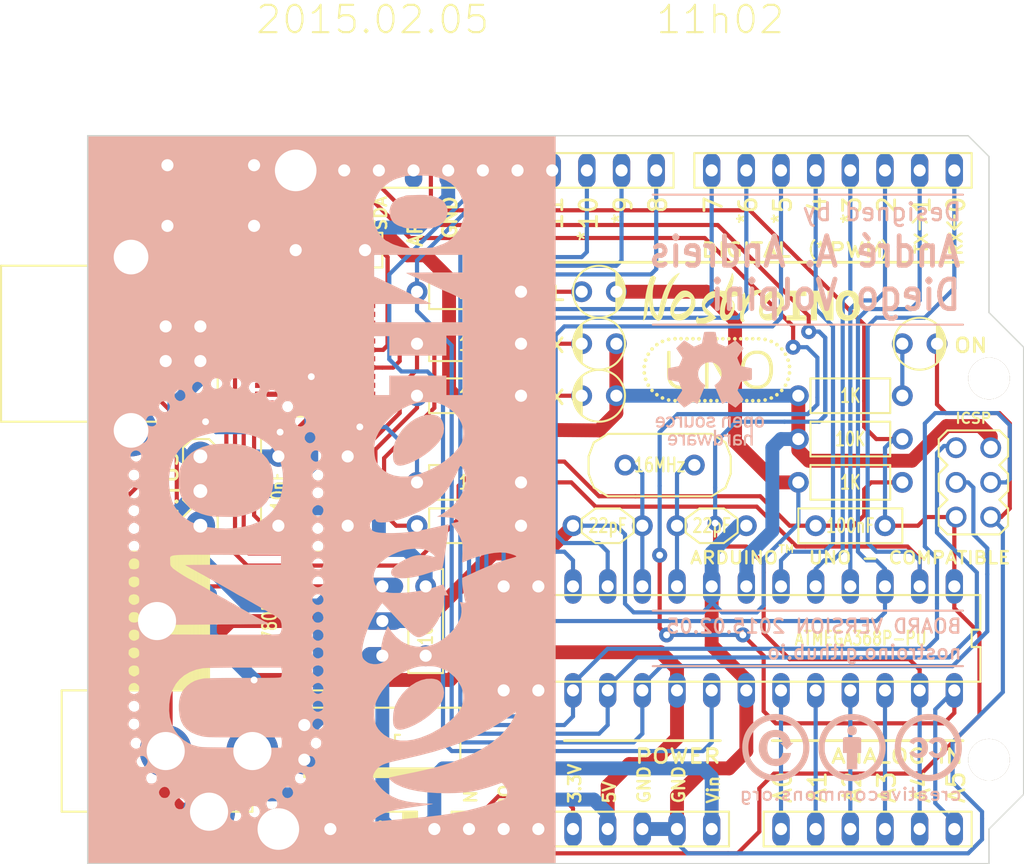
<source format=kicad_pcb>
(kicad_pcb (version 3) (host pcbnew "(2013-03-31 BZR 4008)-stable")
  (title_block (title "Nostroino UNO") (company "André Augusto Andreis e Diego Volpini"))
  (layers (15 F.Cu signal) (0 B.Cu signal) (18 B.Paste user hide) (19 F.Paste user hide) (20 B.SilkS user) (21 F.SilkS user) (22 B.Mask user) (23 F.Mask user hide) (28 Edge.Cuts user))
  (net 0 "")
  (net 1 +3.3V)
  (net 2 +5V)
  (net 3 /AREF)
  (net 4 /MISO)
  (net 5 /MOSI)
  (net 6 /RESET)
  (net 7 /RX)
  (net 8 /SCK)
  (net 9 /SCL)
  (net 10 /SDA)
  (net 11 /TX)
  (net 12 DTR)
  (net 13 GND)
  (net 14 N-0000010)
  (net 15 N-0000011)
  (net 16 N-0000012)
  (net 17 N-0000013)
  (net 18 N-0000014)
  (net 19 N-0000015)
  (net 20 N-0000016)
  (net 21 N-0000017)
  (net 22 N-0000018)
  (net 23 N-0000019)
  (net 24 N-0000020)
  (net 25 N-0000021)
  (net 26 N-0000022)
  (net 27 N-0000024)
  (net 28 N-0000027)
  (net 29 N-000003)
  (net 30 N-0000032)
  (net 31 N-0000033)
  (net 32 N-0000034)
  (net 33 N-000004)
  (net 34 N-0000047)
  (net 35 N-0000048)
  (net 36 N-000005)
  (net 37 N-0000052)
  (net 38 N-000006)
  (net 39 N-000008)
  (net 40 "USB D+")
  (net 41 "USB D-")
  (net 42 Vin)
  (module CI28SSOP (layer F.Cu) (at 106.6 105.95 90)
    (fp_text reference U3 hide)
    (fp_text value FT232RL (at 5.874 -3.476 90) (layer F.SilkS) (effects (font (size 1.016 0.762) (thickness 0.1524))))
    (pad 25 smd rect (at 1.95 -7.15 90) (size 0.381 1.651) (layers F.Cu F.Paste F.Mask) (net 13 GND))
    (pad 26 smd rect (at 1.3 -7.15 90) (size 0.381 1.651) (layers F.Cu F.Paste F.Mask) (net 13 GND))
    (pad 27 smd rect (at 0.65 -7.15 90) (size 0.381 1.651) (layers F.Cu F.Paste F.Mask))
    (pad 28 smd rect (at 0 -7.15 90) (size 0.381 1.651) (layers F.Cu F.Paste F.Mask))
    (pad 24 smd rect (at 2.6 -7.15 90) (size 0.381 1.651) (layers F.Cu F.Paste F.Mask))
    (pad 23 smd rect (at 3.25 -7.15 90) (size 0.381 1.651) (layers F.Cu F.Paste F.Mask) (net 30 N-0000032))
    (pad 22 smd rect (at 3.9 -7.15 90) (size 0.381 1.651) (layers F.Cu F.Paste F.Mask) (net 28 N-0000027))
    (pad 21 smd rect (at 4.55 -7.15 90) (size 0.381 1.651) (layers F.Cu F.Paste F.Mask) (net 13 GND))
    (pad 20 smd rect (at 5.2 -7.15 90) (size 0.381 1.651) (layers F.Cu F.Paste F.Mask) (net 2 +5V))
    (pad 19 smd rect (at 5.85 -7.15 90) (size 0.381 1.651) (layers F.Cu F.Paste F.Mask))
    (pad 17 smd rect (at 7.15 -7.15 90) (size 0.381 1.651) (layers F.Cu F.Paste F.Mask) (net 1 +3.3V))
    (pad 18 smd rect (at 6.5 -7.15 90) (size 0.381 1.651) (layers F.Cu F.Paste F.Mask) (net 13 GND))
    (pad 16 smd rect (at 7.8 -7.15 90) (size 0.381 1.651) (layers F.Cu F.Paste F.Mask) (net 41 "USB D-"))
    (pad 15 smd rect (at 8.45 -7.15 90) (size 0.381 1.651) (layers F.Cu F.Paste F.Mask) (net 40 "USB D+"))
    (pad 10 smd rect (at 5.85 0 90) (size 0.381 1.651) (layers F.Cu F.Paste F.Mask))
    (pad 9 smd rect (at 5.2 0 90) (size 0.381 1.651) (layers F.Cu F.Paste F.Mask))
    (pad 8 smd rect (at 4.55 0 90) (size 0.381 1.651) (layers F.Cu F.Paste F.Mask))
    (pad 7 smd rect (at 3.9 0 90) (size 0.381 1.651) (layers F.Cu F.Paste F.Mask) (net 13 GND))
    (pad 6 smd rect (at 3.25 0 90) (size 0.381 1.651) (layers F.Cu F.Paste F.Mask))
    (pad 5 smd rect (at 2.6 0 90) (size 0.381 1.651) (layers F.Cu F.Paste F.Mask) (net 39 N-000008))
    (pad 1 smd rect (at 0 0 90) (size 0.381 1.651) (layers F.Cu F.Paste F.Mask) (net 36 N-000005))
    (pad 2 smd rect (at 0.65 0 90) (size 0.381 1.651) (layers F.Cu F.Paste F.Mask) (net 12 DTR))
    (pad 3 smd rect (at 1.3 0 90) (size 0.381 1.651) (layers F.Cu F.Paste F.Mask))
    (pad 4 smd rect (at 1.95 0 90) (size 0.381 1.651) (layers F.Cu F.Paste F.Mask) (net 2 +5V))
    (pad 11 smd rect (at 6.5 0 90) (size 0.381 1.651) (layers F.Cu F.Paste F.Mask))
    (pad 12 smd rect (at 7.15 0 90) (size 0.381 1.651) (layers F.Cu F.Paste F.Mask))
    (pad 13 smd rect (at 7.8 0 90) (size 0.381 1.651) (layers F.Cu F.Paste F.Mask))
    (pad 14 smd rect (at 8.45 0 90) (size 0.381 1.651) (layers F.Cu F.Paste F.Mask))
  )
  (module Resistor_0,5W (layer F.Cu) (at 146.05 108.585 180)
    (fp_text reference R3 hide)
    (fp_text value 10K (at 3.81 0 180) (layer F.SilkS) (effects (font (size 1.016 0.762) (thickness 0.1524))))
    (pad 1 thru_hole circle (at 0 0 180) (size 1.524 1.524) (drill 0.889) (layers *.Cu *.Mask) (net 6 /RESET))
    (pad 2 thru_hole circle (at 7.62 0 180) (size 1.524 1.524) (drill 0.889) (layers *.Cu *.Mask) (net 2 +5V))
  )
  (module Resistor_0,5W (layer F.Cu) (at 110.49 105.41)
    (fp_text reference R7 hide)
    (fp_text value 1K (at 3.81 0) (layer F.SilkS) (effects (font (size 1.016 0.762) (thickness 0.1524))))
    (pad 1 thru_hole circle (at 0 0) (size 1.524 1.524) (drill 0.889) (layers *.Cu *.Mask) (net 28 N-0000027))
    (pad 2 thru_hole circle (at 7.62 0) (size 1.524 1.524) (drill 0.889) (layers *.Cu *.Mask) (net 31 N-0000033))
  )
  (module Resistor_0,5W (layer F.Cu) (at 110.49 101.6)
    (fp_text reference R6 hide)
    (fp_text value 1K (at 3.81 0) (layer F.SilkS) (effects (font (size 1.016 0.762) (thickness 0.1524))))
    (pad 1 thru_hole circle (at 0 0) (size 1.524 1.524) (drill 0.889) (layers *.Cu *.Mask) (net 30 N-0000032))
    (pad 2 thru_hole circle (at 7.62 0) (size 1.524 1.524) (drill 0.889) (layers *.Cu *.Mask) (net 32 N-0000034))
  )
  (module Resistor_0,5W (layer F.Cu) (at 146.05 105.41 180)
    (fp_text reference R1 hide)
    (fp_text value 1K (at 3.81 0 180) (layer F.SilkS) (effects (font (size 1.016 0.762) (thickness 0.1524))))
    (pad 1 thru_hole circle (at 0 0 180) (size 1.524 1.524) (drill 0.889) (layers *.Cu *.Mask) (net 38 N-000006))
    (pad 2 thru_hole circle (at 7.62 0 180) (size 1.524 1.524) (drill 0.889) (layers *.Cu *.Mask) (net 2 +5V))
  )
  (module Resistor_0,5W (layer F.Cu) (at 110.49 114.935)
    (fp_text reference R5 hide)
    (fp_text value 1K (at 3.81 0) (layer F.SilkS) (effects (font (size 1.016 0.762) (thickness 0.1524))))
    (pad 1 thru_hole circle (at 0 0) (size 1.524 1.524) (drill 0.889) (layers *.Cu *.Mask) (net 39 N-000008))
    (pad 2 thru_hole circle (at 7.62 0) (size 1.524 1.524) (drill 0.889) (layers *.Cu *.Mask) (net 11 /TX))
  )
  (module Resistor_0,5W (layer F.Cu) (at 110.49 111.76)
    (fp_text reference R4 hide)
    (fp_text value 1K (at 3.81 0) (layer F.SilkS) (effects (font (size 1.016 0.762) (thickness 0.1524))))
    (pad 1 thru_hole circle (at 0 0) (size 1.524 1.524) (drill 0.889) (layers *.Cu *.Mask) (net 36 N-000005))
    (pad 2 thru_hole circle (at 7.62 0) (size 1.524 1.524) (drill 0.889) (layers *.Cu *.Mask) (net 7 /RX))
  )
  (module Resistor_0,5W (layer F.Cu) (at 138.43 111.76)
    (fp_text reference R2 hide)
    (fp_text value 1K (at 3.81 0) (layer F.SilkS) (effects (font (size 1.016 0.762) (thickness 0.1524))))
    (pad 1 thru_hole circle (at 0 0) (size 1.524 1.524) (drill 0.889) (layers *.Cu *.Mask) (net 13 GND))
    (pad 2 thru_hole circle (at 7.62 0) (size 1.524 1.524) (drill 0.889) (layers *.Cu *.Mask) (net 12 DTR))
  )
  (module Diodo_1A (layer F.Cu) (at 104.14 137.16)
    (fp_text reference D1 hide)
    (fp_text value 1N4007 (at 3.302 0) (layer F.SilkS) (effects (font (size 1.016 0.6858) (thickness 0.1524))))
    (pad A thru_hole circle (at 0 0) (size 2.159 2.159) (drill 0.889) (layers *.Cu *.Mask) (net 29 N-000003))
    (pad K thru_hole circle (at 7.62 0) (size 2.159 2.159) (drill 0.889) (layers *.Cu *.Mask) (net 42 Vin))
  )
  (module Cristal (layer F.Cu) (at 130.81 110.49 180)
    (fp_text reference XTAL1 hide)
    (fp_text value 16MHz (at 2.54 0 180) (layer F.SilkS) (effects (font (size 1.016 0.762) (thickness 0.1524))))
    (pad 1 thru_hole circle (at 0 0 180) (size 1.524 1.524) (drill 0.889) (layers *.Cu *.Mask) (net 35 N-0000048))
    (pad 2 thru_hole circle (at 5.08 0 180) (size 1.524 1.524) (drill 0.889) (layers *.Cu *.Mask) (net 34 N-0000047))
  )
  (module Capacitor_15pF (layer F.Cu) (at 129.54 114.935)
    (fp_text reference C3 hide)
    (fp_text value 22pF (at 2.54 0) (layer F.SilkS) (effects (font (size 1.016 0.762) (thickness 0.1524))))
    (pad 1 thru_hole circle (at 0 0) (size 1.524 1.524) (drill 0.889) (layers *.Cu *.Mask) (net 35 N-0000048))
    (pad 2 thru_hole circle (at 5.08 0) (size 1.524 1.524) (drill 0.889) (layers *.Cu *.Mask) (net 13 GND))
  )
  (module Capacitor_15pF (layer F.Cu) (at 127 114.935 180)
    (fp_text reference C4 hide)
    (fp_text value 22pF (at 2.54 0 180) (layer F.SilkS) (effects (font (size 1.016 0.762) (thickness 0.1524))))
    (pad 1 thru_hole circle (at 0 0 180) (size 1.524 1.524) (drill 0.889) (layers *.Cu *.Mask) (net 34 N-0000047))
    (pad 2 thru_hole circle (at 5.08 0 180) (size 1.524 1.524) (drill 0.889) (layers *.Cu *.Mask) (net 13 GND))
  )
  (module Capacitor_100nFx63V (layer F.Cu) (at 100.33 109.855 270)
    (fp_text reference C7 hide)
    (fp_text value 10nF (at 2.54 0 270) (layer F.SilkS) (effects (font (size 1.016 0.762) (thickness 0.1524))))
    (pad 1 thru_hole circle (at 0 0 270) (size 1.524 1.524) (drill 0.889) (layers *.Cu *.Mask) (net 33 N-000004))
    (pad 2 thru_hole circle (at 5.08 0 270) (size 1.524 1.524) (drill 0.889) (layers *.Cu *.Mask) (net 13 GND))
  )
  (module Capacitor_100nFx63V (layer F.Cu) (at 139.7 114.935)
    (fp_text reference C9 hide)
    (fp_text value 100nF (at 2.54 0) (layer F.SilkS) (effects (font (size 1.016 0.762) (thickness 0.1524))))
    (pad 1 thru_hole circle (at 0 0) (size 1.524 1.524) (drill 0.889) (layers *.Cu *.Mask) (net 12 DTR))
    (pad 2 thru_hole circle (at 5.08 0) (size 1.524 1.524) (drill 0.889) (layers *.Cu *.Mask) (net 6 /RESET))
  )
  (module Capacitor_100nFx63V (layer F.Cu) (at 101.6 94.742)
    (fp_text reference C8 hide)
    (fp_text value 100nF (at 2.54 0) (layer F.SilkS) (effects (font (size 1.016 0.762) (thickness 0.1524))))
    (pad 1 thru_hole circle (at 0 0) (size 1.524 1.524) (drill 0.889) (layers *.Cu *.Mask) (net 1 +3.3V))
    (pad 2 thru_hole circle (at 5.08 0) (size 1.524 1.524) (drill 0.889) (layers *.Cu *.Mask) (net 13 GND))
  )
  (module Capacitor_100nFx63V (layer F.Cu) (at 111.125 124.46 90)
    (fp_text reference C1 hide)
    (fp_text value 100nF (at 2.54 0 90) (layer F.SilkS) (effects (font (size 1.016 0.762) (thickness 0.1524))))
    (pad 1 thru_hole circle (at 0 0 90) (size 1.524 1.524) (drill 0.889) (layers *.Cu *.Mask) (net 3 /AREF))
    (pad 2 thru_hole circle (at 5.08 0 90) (size 1.524 1.524) (drill 0.889) (layers *.Cu *.Mask) (net 13 GND))
  )
  (module Ilha_furo_120mils (layer F.Cu) (at 152.4 132.08)
    (fp_text reference X11 hide)
    (fp_text value Fix4 hide)
    (pad 1 thru_hole circle (at 0 0) (size 3.048 3.048) (drill 3.048) (layers *.Cu *.Mask F.SilkS))
  )
  (module Ilha_furo_120mils (layer F.Cu) (at 101.6 88.9)
    (fp_text reference X8 hide)
    (fp_text value Fix1 hide)
    (pad 1 thru_hole circle (at 0 0) (size 3.048 3.048) (drill 3.048) (layers *.Cu *.Mask F.SilkS))
  )
  (module Ilha_furo_120mils (layer F.Cu) (at 100.33 137.16)
    (fp_text reference X9 hide)
    (fp_text value Fix2 hide)
    (pad 1 thru_hole circle (at 0 0) (size 3.048 3.048) (drill 3.048) (layers *.Cu *.Mask F.SilkS))
  )
  (module Ilha_furo_120mils (layer F.Cu) (at 152.4 104.14)
    (fp_text reference X10 hide)
    (fp_text value Fix3 hide)
    (pad 1 thru_hole circle (at 0 0) (size 3.048 3.048) (drill 3.048) (layers *.Cu *.Mask F.SilkS))
  )
  (module Conector_USB_tipo_B (layer F.Cu) (at 92.075 100.33 270)
    (fp_text reference X2 hide)
    (fp_text value USB (at 1.27 3.81 270) (layer F.SilkS) (effects (font (size 1.016 0.762) (thickness 0.1524))))
    (pad "" thru_hole circle (at 7.62 2.54 270) (size 3.81 3.81) (drill 2.54) (layers *.Cu *.Mask))
    (pad "" thru_hole circle (at -5.08 2.54 270) (size 3.81 3.81) (drill 2.54) (layers *.Cu *.Mask))
    (pad 1 thru_hole circle (at 2.54 -2.54 270) (size 1.524 1.524) (drill 0.889) (layers *.Cu *.Mask) (net 33 N-000004))
    (pad 2 thru_hole circle (at 0 -2.54 270) (size 1.524 1.524) (drill 0.889) (layers *.Cu *.Mask) (net 41 "USB D-"))
    (pad 3 thru_hole circle (at 0 0 270) (size 1.524 1.524) (drill 0.889) (layers *.Cu *.Mask) (net 40 "USB D+"))
    (pad 4 thru_hole circle (at 2.54 0 270) (size 1.524 1.524) (drill 0.889) (layers *.Cu *.Mask) (net 13 GND))
  )
  (module Conector_entrada_para_fonte (layer F.Cu) (at 92.075 131.445)
    (fp_text reference X1 hide)
    (fp_text value Alimentação (at -3.81 0 90) (layer F.SilkS) (effects (font (size 1.016 0.762) (thickness 0.1524))))
    (pad 2 thru_hole circle (at 3.175 4.445) (size 3.81 3.81) (drill 2.794) (layers *.Cu *.Mask) (net 13 GND))
    (pad 2 thru_hole circle (at 0 0) (size 3.81 3.81) (drill 2.794) (layers *.Cu *.Mask) (net 13 GND))
    (pad 1 thru_hole circle (at 6.35 0) (size 3.81 3.81) (drill 2.794) (layers *.Cu *.Mask) (net 29 N-000003))
  )
  (module Barra_pino_estampado_duplo_180graus_3x (layer F.Cu) (at 149.987 109.22 270)
    (fp_text reference X5 hide)
    (fp_text value ICSP (at -2.159 -1.27 360) (layer F.SilkS) (effects (font (size 0.762 0.762) (thickness 0.1524))))
    (pad 6 thru_hole circle (at 5.08 -2.54 270) (size 1.524 1.524) (drill 1.016) (layers *.Cu *.Mask) (net 13 GND))
    (pad 5 thru_hole circle (at 5.08 0 270) (size 1.524 1.524) (drill 1.016) (layers *.Cu *.Mask) (net 6 /RESET))
    (pad 3 thru_hole circle (at 2.54 0 270) (size 1.524 1.524) (drill 1.016) (layers *.Cu *.Mask) (net 8 /SCK))
    (pad 4 thru_hole circle (at 2.54 -2.54 270) (size 1.524 1.524) (drill 1.016) (layers *.Cu *.Mask) (net 5 /MOSI))
    (pad 2 thru_hole circle (at 0 -2.54 270) (size 1.524 1.524) (drill 1.016) (layers *.Cu *.Mask) (net 2 +5V))
    (pad 1 thru_hole circle (at 0 0 270) (size 1.524 1.524) (drill 1.016) (layers *.Cu *.Mask) (net 4 /MISO))
  )
  (module Conector_pino_estampado_simples_180graus_10x (layer F.Cu) (at 128.016 88.9 180)
    (fp_text reference X4 hide)
    (fp_text value "DIGITAL (PWM#)" hide)
    (pad 7 thru_hole oval (at 15.24 0 180) (size 1.27 2.54) (drill 0.889) (layers *.Cu *.Mask) (net 13 GND))
    (pad 8 thru_hole oval (at 17.78 0 180) (size 1.27 2.54) (drill 0.889) (layers *.Cu *.Mask) (net 3 /AREF))
    (pad 10 thru_hole oval (at 22.86 0 180) (size 1.27 2.54) (drill 0.889) (layers *.Cu *.Mask) (net 9 /SCL))
    (pad 9 thru_hole oval (at 20.32 0 180) (size 1.27 2.54) (drill 0.889) (layers *.Cu *.Mask) (net 10 /SDA))
    (pad 5 thru_hole oval (at 10.16 0 180) (size 1.27 2.54) (drill 0.889) (layers *.Cu *.Mask) (net 4 /MISO))
    (pad 6 thru_hole oval (at 12.7 0 180) (size 1.27 2.54) (drill 0.889) (layers *.Cu *.Mask) (net 8 /SCK))
    (pad 4 thru_hole oval (at 7.62 0 180) (size 1.27 2.54) (drill 0.889) (layers *.Cu *.Mask) (net 5 /MOSI))
    (pad 3 thru_hole oval (at 5.08 0 180) (size 1.27 2.54) (drill 0.889) (layers *.Cu *.Mask) (net 25 N-0000021))
    (pad 1 thru_hole oval (at 0 0 180) (size 1.27 2.54) (drill 0.889) (layers *.Cu *.Mask) (net 24 N-0000020))
    (pad 2 thru_hole oval (at 2.54 0 180) (size 1.27 2.54) (drill 0.889) (layers *.Cu *.Mask) (net 26 N-0000022))
  )
  (module Barra_pino_estampado_simples_180graus_3x (layer F.Cu) (at 94.615 114.935 90)
    (fp_text reference J1 hide)
    (fp_text value USB|EXT. hide)
    (pad 3 thru_hole circle (at 5.08 0 90) (size 2.159 2.159) (drill 1.016) (layers *.Cu *.Mask) (net 33 N-000004))
    (pad 1 thru_hole circle (at 0 0 90) (size 2.159 2.159) (drill 1.016) (layers *.Cu *.Mask) (net 37 N-0000052))
    (pad 2 thru_hole circle (at 2.54 0 90) (size 2.159 2.159) (drill 1.016) (layers *.Cu *.Mask) (net 2 +5V))
  )
  (module Resistor_0,5W (layer F.Cu) (at 118.11 97.79 180)
    (fp_text reference R8 hide)
    (fp_text value 1K (at 3.81 0 180) (layer F.SilkS) (effects (font (size 1.016 0.762) (thickness 0.1524))))
    (pad 1 thru_hole circle (at 0 0 180) (size 1.524 1.524) (drill 0.889) (layers *.Cu *.Mask) (net 27 N-0000024))
    (pad 2 thru_hole circle (at 7.62 0 180) (size 1.524 1.524) (drill 0.889) (layers *.Cu *.Mask) (net 8 /SCK))
  )
  (module Conector_pino_estampado_simples_180graus_8x (layer F.Cu) (at 149.86 88.9 180)
    (fp_text reference X7 hide)
    (fp_text value "DIGITAL (PWM#)" hide)
    (pad 7 thru_hole oval (at 15.24 0 180) (size 1.27 2.54) (drill 0.889) (layers *.Cu *.Mask) (net 15 N-0000011))
    (pad 8 thru_hole oval (at 17.78 0 180) (size 1.27 2.54) (drill 0.889) (layers *.Cu *.Mask) (net 22 N-0000018))
    (pad 5 thru_hole oval (at 10.16 0 180) (size 1.27 2.54) (drill 0.889) (layers *.Cu *.Mask) (net 17 N-0000013))
    (pad 6 thru_hole oval (at 12.7 0 180) (size 1.27 2.54) (drill 0.889) (layers *.Cu *.Mask) (net 16 N-0000012))
    (pad 4 thru_hole oval (at 7.62 0 180) (size 1.27 2.54) (drill 0.889) (layers *.Cu *.Mask) (net 18 N-0000014))
    (pad 3 thru_hole oval (at 5.08 0 180) (size 1.27 2.54) (drill 0.889) (layers *.Cu *.Mask) (net 19 N-0000015))
    (pad 1 thru_hole oval (at 0 0 180) (size 1.27 2.54) (drill 0.889) (layers *.Cu *.Mask) (net 7 /RX))
    (pad 2 thru_hole oval (at 2.54 0 180) (size 1.27 2.54) (drill 0.889) (layers *.Cu *.Mask) (net 11 /TX))
  )
  (module Conector_pino_estampado_simples_180graus_8x (layer F.Cu) (at 132.08 137.16 180)
    (fp_text reference X3 hide)
    (fp_text value POWER hide)
    (pad 7 thru_hole oval (at 15.24 0 180) (size 1.27 2.54) (drill 0.889) (layers *.Cu *.Mask) (net 2 +5V))
    (pad 8 thru_hole oval (at 17.78 0 180) (size 1.27 2.54) (drill 0.889) (layers *.Cu *.Mask))
    (pad 5 thru_hole oval (at 10.16 0 180) (size 1.27 2.54) (drill 0.889) (layers *.Cu *.Mask) (net 1 +3.3V))
    (pad 6 thru_hole oval (at 12.7 0 180) (size 1.27 2.54) (drill 0.889) (layers *.Cu *.Mask) (net 6 /RESET))
    (pad 4 thru_hole oval (at 7.62 0 180) (size 1.27 2.54) (drill 0.889) (layers *.Cu *.Mask) (net 2 +5V))
    (pad 3 thru_hole oval (at 5.08 0 180) (size 1.27 2.54) (drill 0.889) (layers *.Cu *.Mask) (net 13 GND))
    (pad 1 thru_hole oval (at 0 0 180) (size 1.27 2.54) (drill 0.889) (layers *.Cu *.Mask) (net 42 Vin))
    (pad 2 thru_hole oval (at 2.54 0 180) (size 1.27 2.54) (drill 0.889) (layers *.Cu *.Mask) (net 13 GND))
  )
  (module Conector_pino_estampado_simples_180graus_6x (layer F.Cu) (at 149.86 137.16 180)
    (fp_text reference X6 hide)
    (fp_text value "ANALOG IN" hide)
    (pad 5 thru_hole oval (at 10.16 0 180) (size 1.27 2.54) (drill 0.889) (layers *.Cu *.Mask) (net 14 N-0000010))
    (pad 6 thru_hole oval (at 12.7 0 180) (size 1.27 2.54) (drill 0.889) (layers *.Cu *.Mask) (net 23 N-0000019))
    (pad 4 thru_hole oval (at 7.62 0 180) (size 1.27 2.54) (drill 0.889) (layers *.Cu *.Mask) (net 21 N-0000017))
    (pad 3 thru_hole oval (at 5.08 0 180) (size 1.27 2.54) (drill 0.889) (layers *.Cu *.Mask) (net 20 N-0000016))
    (pad 1 thru_hole oval (at 0 0 180) (size 1.27 2.54) (drill 0.889) (layers *.Cu *.Mask) (net 9 /SCL))
    (pad 2 thru_hole oval (at 2.54 0 180) (size 1.27 2.54) (drill 0.889) (layers *.Cu *.Mask) (net 10 /SDA))
  )
  (module Capacitor_100nFx63V (layer F.Cu) (at 105.41 114.935 90)
    (fp_text reference C6 hide)
    (fp_text value 100nF (at 2.54 0 90) (layer F.SilkS) (effects (font (size 1.016 0.762) (thickness 0.1524))))
    (pad 1 thru_hole circle (at 0 0 90) (size 1.524 1.524) (drill 0.889) (layers *.Cu *.Mask) (net 37 N-0000052))
    (pad 2 thru_hole circle (at 5.08 0 90) (size 1.524 1.524) (drill 0.889) (layers *.Cu *.Mask) (net 13 GND))
  )
  (module Capacitor_10uFx50V_horizontal (layer F.Cu) (at 102.235 129.54 270)
    (fp_text reference C5 hide)
    (fp_text value 10uF (at 1.27 -5.715 360) (layer F.SilkS) (effects (font (size 1.016 0.762) (thickness 0.1524))))
    (pad + thru_hole circle (at 0 0 270) (size 2.159 2.159) (drill 0.889) (layers *.Cu *.Mask) (net 37 N-0000052))
    (pad - thru_hole circle (at 2.54 0 270) (size 2.159 2.159) (drill 0.889) (layers *.Cu *.Mask) (net 13 GND))
  )
  (module LED3mm (layer F.Cu) (at 122.555 97.79)
    (fp_text reference D5 hide)
    (fp_text value L hide)
    (pad A thru_hole circle (at 0 0) (size 1.524 1.524) (drill 0.889) (layers *.Cu *.Mask) (net 27 N-0000024))
    (pad K thru_hole circle (at 2.54 0) (size 1.524 1.524) (drill 0.889) (layers *.Cu *.Mask) (net 13 GND))
  )
  (module LED3mm (layer F.Cu) (at 125.095 101.6 180)
    (fp_text reference D3 hide)
    (fp_text value TX hide)
    (pad A thru_hole circle (at 0 0 180) (size 1.524 1.524) (drill 0.889) (layers *.Cu *.Mask) (net 2 +5V))
    (pad K thru_hole circle (at 2.54 0 180) (size 1.524 1.524) (drill 0.889) (layers *.Cu *.Mask) (net 32 N-0000034))
  )
  (module LED3mm (layer F.Cu) (at 125.095 105.41 180)
    (fp_text reference D4 hide)
    (fp_text value RX hide)
    (pad A thru_hole circle (at 0 0 180) (size 1.524 1.524) (drill 0.889) (layers *.Cu *.Mask) (net 2 +5V))
    (pad K thru_hole circle (at 2.54 0 180) (size 1.524 1.524) (drill 0.889) (layers *.Cu *.Mask) (net 31 N-0000033))
  )
  (module LED3mm (layer F.Cu) (at 146.05 101.6)
    (fp_text reference D2 hide)
    (fp_text value ON hide)
    (pad A thru_hole circle (at 0 0) (size 1.524 1.524) (drill 0.889) (layers *.Cu *.Mask) (net 38 N-000006))
    (pad K thru_hole circle (at 2.54 0) (size 1.524 1.524) (drill 0.889) (layers *.Cu *.Mask) (net 13 GND))
  )
  (module CI28DIP300 (layer F.Cu) (at 149.86 119.38 180)
    (fp_text reference U2 hide)
    (fp_text value ATMEGA368P-PU (at 6.858 -3.81 180) (layer F.SilkS) (effects (font (size 1.016 0.762) (thickness 0.1524))))
    (pad 25 thru_hole oval (at 7.62 -7.62 180) (size 1.27 2.54) (drill 0.889) (layers *.Cu *.Mask) (net 21 N-0000017))
    (pad 26 thru_hole oval (at 5.08 -7.62 180) (size 1.27 2.54) (drill 0.889) (layers *.Cu *.Mask) (net 20 N-0000016))
    (pad 27 thru_hole oval (at 2.54 -7.62 180) (size 1.27 2.54) (drill 0.889) (layers *.Cu *.Mask) (net 10 /SDA))
    (pad 28 thru_hole oval (at 0 -7.62 180) (size 1.27 2.54) (drill 0.889) (layers *.Cu *.Mask) (net 9 /SCL))
    (pad 24 thru_hole oval (at 10.16 -7.62 180) (size 1.27 2.54) (drill 0.889) (layers *.Cu *.Mask) (net 14 N-0000010))
    (pad 23 thru_hole oval (at 12.7 -7.62 180) (size 1.27 2.54) (drill 0.889) (layers *.Cu *.Mask) (net 23 N-0000019))
    (pad 22 thru_hole oval (at 15.24 -7.62 180) (size 1.27 2.54) (drill 0.889) (layers *.Cu *.Mask) (net 13 GND))
    (pad 21 thru_hole oval (at 17.78 -7.62 180) (size 1.27 2.54) (drill 0.889) (layers *.Cu *.Mask) (net 3 /AREF))
    (pad 20 thru_hole oval (at 20.32 -7.62 180) (size 1.27 2.54) (drill 0.889) (layers *.Cu *.Mask) (net 2 +5V))
    (pad 19 thru_hole oval (at 22.86 -7.62 180) (size 1.27 2.54) (drill 0.889) (layers *.Cu *.Mask) (net 8 /SCK))
    (pad 17 thru_hole oval (at 27.94 -7.62 180) (size 1.27 2.54) (drill 0.889) (layers *.Cu *.Mask) (net 5 /MOSI))
    (pad 18 thru_hole oval (at 25.4 -7.62 180) (size 1.27 2.54) (drill 0.889) (layers *.Cu *.Mask) (net 4 /MISO))
    (pad 16 thru_hole oval (at 30.48 -7.62 180) (size 1.27 2.54) (drill 0.889) (layers *.Cu *.Mask) (net 25 N-0000021))
    (pad 15 thru_hole oval (at 33.02 -7.62 180) (size 1.27 2.54) (drill 0.889) (layers *.Cu *.Mask) (net 26 N-0000022))
    (pad 10 thru_hole oval (at 22.86 0 180) (size 1.27 2.54) (drill 0.889) (layers *.Cu *.Mask) (net 34 N-0000047))
    (pad 9 thru_hole oval (at 20.32 0 180) (size 1.27 2.54) (drill 0.889) (layers *.Cu *.Mask) (net 35 N-0000048))
    (pad 8 thru_hole oval (at 17.78 0 180) (size 1.27 2.54) (drill 0.889) (layers *.Cu *.Mask) (net 13 GND))
    (pad 7 thru_hole oval (at 15.24 0 180) (size 1.27 2.54) (drill 0.889) (layers *.Cu *.Mask) (net 2 +5V))
    (pad 6 thru_hole oval (at 12.7 0 180) (size 1.27 2.54) (drill 0.889) (layers *.Cu *.Mask) (net 17 N-0000013))
    (pad 5 thru_hole oval (at 10.16 0 180) (size 1.27 2.54) (drill 0.889) (layers *.Cu *.Mask) (net 18 N-0000014))
    (pad 1 thru_hole oval (at 0 0 180) (size 1.27 2.54) (drill 0.889) (layers *.Cu *.Mask) (net 6 /RESET))
    (pad 2 thru_hole oval (at 2.54 0 180) (size 1.27 2.54) (drill 0.889) (layers *.Cu *.Mask) (net 7 /RX))
    (pad 3 thru_hole oval (at 5.08 0 180) (size 1.27 2.54) (drill 0.889) (layers *.Cu *.Mask) (net 11 /TX))
    (pad 4 thru_hole oval (at 7.62 0 180) (size 1.27 2.54) (drill 0.889) (layers *.Cu *.Mask) (net 19 N-0000015))
    (pad 11 thru_hole oval (at 25.4 0 180) (size 1.27 2.54) (drill 0.889) (layers *.Cu *.Mask) (net 16 N-0000012))
    (pad 12 thru_hole oval (at 27.94 0 180) (size 1.27 2.54) (drill 0.889) (layers *.Cu *.Mask) (net 15 N-0000011))
    (pad 13 thru_hole oval (at 30.48 0 180) (size 1.27 2.54) (drill 0.889) (layers *.Cu *.Mask) (net 22 N-0000018))
    (pad 14 thru_hole oval (at 33.02 0 180) (size 1.27 2.54) (drill 0.889) (layers *.Cu *.Mask) (net 24 N-0000020))
  )
  (module TO-220_horizontal (layer F.Cu) (at 107.95 121.92 90)
    (fp_text reference U1 hide)
    (fp_text value 7805 (at 0 -8.255 90) (layer F.SilkS) (effects (font (size 1.016 0.762) (thickness 0.1524))))
    (pad 3 thru_hole oval (at 2.54 0 90) (size 1.27 3.048) (drill 0.889) (layers *.Cu *.Mask) (net 37 N-0000052))
    (pad 2 thru_hole oval (at 0 0 90) (size 1.27 3.048) (drill 0.889) (layers *.Cu *.Mask) (net 13 GND))
    (pad 1 thru_hole oval (at -2.54 0 90) (size 1.27 3.048) (drill 0.889) (layers *.Cu *.Mask) (net 42 Vin))
    (pad P thru_hole circle (at 0 -16.51 90) (size 5.08 5.08) (drill 2.794) (layers *.Cu *.Mask))
  )
  (module OSHW-logo_B.SilkS_8mm_flipped (layer F.Cu) (at 131.953 104.902)
    (fp_text reference VAL hide)
    (fp_text value REF hide)
  )
  (module CC-logo_B.SilkS_5mm_flipped (layer F.Cu) (at 147.955 131.191)
    (fp_text reference VAL hide)
    (fp_text value REF hide)
  )
  (module BY-logo_B.SilkS_5mm_flipped (layer F.Cu) (at 142.367 131.191)
    (fp_text reference VAL hide)
    (fp_text value REF hide)
  )
  (module SA-logo_B.SilkS_5mm_flipped (layer F.Cu) (at 136.779 131.191)
    (fp_text reference VAL hide)
    (fp_text value REF hide)
  )
  (module UNO-logo_F.SilkS_11mm (layer F.Cu) (at 132.461 103.505)
    (fp_text reference VAL hide)
    (fp_text value REF hide)
  )
  (module Nostroino-logo_F.SilkS_16mm (layer F.Cu) (at 135.001 98.298)
    (fp_text reference VAL hide)
    (fp_text value REF hide)
  )
  (module Nostroino_UNO-logo_B.SilkS_34.29mm_flipped (layer F.Cu) (at 103.5685 112.9665)
    (fp_text reference VAL hide)
    (fp_text value REF hide)
  )
  (module Chave_tactil_4_terminais_6x6mm (layer F.Cu) (at 98.552 92.964 180)
    (fp_text reference CH1 hide)
    (fp_text value RESET hide)
    (pad 2 thru_hole circle (at 6.35 4.445 180) (size 2.159 2.159) (drill 0.889) (layers *.Cu *.Mask) (net 6 /RESET))
    (pad 1 thru_hole circle (at 6.35 0 180) (size 2.159 2.159) (drill 0.889) (layers *.Cu *.Mask) (net 13 GND))
    (pad 1 thru_hole circle (at 0 0 180) (size 2.159 2.159) (drill 0.889) (layers *.Cu *.Mask) (net 13 GND))
    (pad 2 thru_hole circle (at 0 4.445 180) (size 2.159 2.159) (drill 0.889) (layers *.Cu *.Mask) (net 6 /RESET))
  )
  (gr_text "2015.02.05        11h02" (at 118.0465 77.851) (layer F.SilkS) (effects (font (size 2 2) (thickness 0.1524))))
  (gr_text + (at 104.14 130.048 90) (layer F.SilkS) (effects (font (size 0.889 0.889) (thickness 0.1778)) (justify left)))
  (gr_text TM (at 136.906 116.6495) (layer F.SilkS) (effects (font (size 0.55 0.6) (thickness 0.1143)) (justify left)))
  (gr_text nostroino.github.io (at 150.495 124.206) (layer B.SilkS) (effects (font (size 1.016 1.016) (thickness 0.1778)) (justify left mirror)))
  (gr_text "BOARD VERSION 2015.02.05" (at 150.495 122.301) (layer B.SilkS) (effects (font (size 1.016 1.016) (thickness 0.1778)) (justify left mirror)))
  (gr_line (start 150.495 121.158) (end 127.762 121.158) (angle 90) (layer B.SilkS) (width 0.1524))
  (gr_line (start 150.495 125.222) (end 127.762 125.222) (angle 90) (layer B.SilkS) (width 0.1524))
  (gr_text EXT.|USB (at 92.456 112.395 90) (layer F.SilkS) (effects (font (size 1.016 1.143) (thickness 0.2032))))
  (gr_text RESET (at 95.377 94.742) (layer F.SilkS) (effects (font (size 1.016 1.143) (thickness 0.2032))))
  (gr_text ON (at 149.733 101.727) (layer F.SilkS) (effects (font (size 1.016 1.143) (thickness 0.2032)) (justify left)))
  (gr_text RX (at 121.412 105.537) (layer F.SilkS) (effects (font (size 1.016 1.143) (thickness 0.2032)) (justify right)))
  (gr_text TX (at 121.412 101.727) (layer F.SilkS) (effects (font (size 1.016 1.143) (thickness 0.2032)) (justify right)))
  (gr_text L (at 121.412 97.917) (layer F.SilkS) (effects (font (size 1.016 1.143) (thickness 0.2032)) (justify right)))
  (gr_text "(*      )" (at 145.161 94.615) (layer F.SilkS) (effects (font (size 0.889 0.889) (thickness 0.1524)) (justify right)))
  (gr_text "DIGITAL   PWM" (at 131.191 94.742) (layer F.SilkS) (effects (font (size 1.016 1.2192) (thickness 0.2032)) (justify left)))
  (gr_text * (at 120.269 93.218 90) (layer F.SilkS) (effects (font (size 1.016 1.016) (thickness 0.1524)) (justify right)))
  (gr_text * (at 122.809 93.218 90) (layer F.SilkS) (effects (font (size 1.016 1.016) (thickness 0.1524)) (justify right)))
  (gr_text * (at 125.349 91.948 90) (layer F.SilkS) (effects (font (size 1.016 1.016) (thickness 0.1524)) (justify right)))
  (gr_text * (at 134.493 91.948 90) (layer F.SilkS) (effects (font (size 1.016 1.016) (thickness 0.1524)) (justify right)))
  (gr_text * (at 137.033 91.948 90) (layer F.SilkS) (effects (font (size 1.016 1.016) (thickness 0.1524)) (justify right)))
  (gr_text * (at 142.113 91.948 90) (layer F.SilkS) (effects (font (size 1.016 1.016) (thickness 0.1524)) (justify right)))
  (gr_line (start 149.86 92.202) (end 149.86 93.218) (angle 90) (layer F.SilkS) (width 0.1778))
  (gr_line (start 150.368 92.71) (end 149.86 93.218) (angle 90) (layer F.SilkS) (width 0.1778))
  (gr_line (start 149.352 92.71) (end 149.86 93.218) (angle 90) (layer F.SilkS) (width 0.1778))
  (gr_line (start 147.32 92.202) (end 147.828 92.71) (angle 90) (layer F.SilkS) (width 0.1778))
  (gr_line (start 147.32 92.202) (end 146.812 92.71) (angle 90) (layer F.SilkS) (width 0.1778))
  (gr_line (start 147.32 92.202) (end 147.32 93.218) (angle 90) (layer F.SilkS) (width 0.1778))
  (gr_text creativecommons.org (at 150.495 134.62) (layer B.SilkS) (effects (font (size 0.889 1.02616) (thickness 0.1524)) (justify left mirror)))
  (gr_line (start 150.495 100.203) (end 127.762 100.203) (angle 90) (layer B.SilkS) (width 0.1524))
  (gr_line (start 150.495 90.678) (end 127.762 90.678) (angle 90) (layer B.SilkS) (width 0.1524))
  (gr_text NC (at 114.427 135.382 90) (layer F.SilkS) (effects (font (size 0.889 0.889) (thickness 0.1778)) (justify left)))
  (gr_text "Diego Volpini" (at 150.495 98.044) (layer B.SilkS) (effects (font (size 2.159 1.8288) (thickness 0.3556)) (justify left mirror)))
  (gr_text "André A. Andreis" (at 150.495 94.869) (layer B.SilkS) (effects (font (size 2.159 1.8288) (thickness 0.3556)) (justify left mirror)))
  (gr_text "Designed by" (at 150.495 91.948) (layer B.SilkS) (effects (font (size 1.27 1.27) (thickness 0.2032)) (justify left mirror)))
  (gr_text POWER (at 132.842 131.826) (layer F.SilkS) (effects (font (size 1.016 1.2192) (thickness 0.2032)) (justify right)))
  (gr_text "ANALOG IN" (at 150.622 131.826) (layer F.SilkS) (effects (font (size 1.016 1.2192) (thickness 0.2032)) (justify right)))
  (gr_text IOREF (at 116.967 135.382 90) (layer F.SilkS) (effects (font (size 0.889 0.889) (thickness 0.1778)) (justify left)))
  (gr_text RESET (at 119.507 135.382 90) (layer F.SilkS) (effects (font (size 0.889 0.889) (thickness 0.1778)) (justify left)))
  (gr_text 3.3V (at 122.047 135.382 90) (layer F.SilkS) (effects (font (size 0.889 0.889) (thickness 0.1778)) (justify left)))
  (gr_text 5V (at 124.587 135.382 90) (layer F.SilkS) (effects (font (size 0.889 0.889) (thickness 0.1778)) (justify left)))
  (gr_text GND (at 127.127 135.382 90) (layer F.SilkS) (effects (font (size 0.889 0.889) (thickness 0.1778)) (justify left)))
  (gr_text GND (at 129.667 135.382 90) (layer F.SilkS) (effects (font (size 0.889 0.889) (thickness 0.1778)) (justify left)))
  (gr_text Vin (at 132.207 135.382 90) (layer F.SilkS) (effects (font (size 0.889 0.889) (thickness 0.1778)) (justify left)))
  (gr_text A0 (at 137.287 135.382 90) (layer F.SilkS) (effects (font (size 1.27 1.27) (thickness 0.2032)) (justify left)))
  (gr_text A1 (at 139.827 135.382 90) (layer F.SilkS) (effects (font (size 1.27 1.27) (thickness 0.2032)) (justify left)))
  (gr_text A2 (at 142.367 135.382 90) (layer F.SilkS) (effects (font (size 1.27 1.27) (thickness 0.2032)) (justify left)))
  (gr_text A3 (at 144.907 135.382 90) (layer F.SilkS) (effects (font (size 1.27 1.27) (thickness 0.2032)) (justify left)))
  (gr_text A4 (at 147.447 135.382 90) (layer F.SilkS) (effects (font (size 1.27 1.27) (thickness 0.2032)) (justify left)))
  (gr_text A5 (at 149.987 135.382 90) (layer F.SilkS) (effects (font (size 1.27 1.27) (thickness 0.2032)) (justify left)))
  (gr_text "ARDUINO   UNO - COMPATIBLE" (at 142.24 117.2845) (layer F.SilkS) (effects (font (size 0.889 0.9906) (thickness 0.1778))))
  (gr_text SCL (at 105.283 90.678 90) (layer F.SilkS) (effects (font (size 0.889 0.889) (thickness 0.1778)) (justify right)))
  (gr_text SDA (at 107.823 90.678 90) (layer F.SilkS) (effects (font (size 0.889 0.889) (thickness 0.1778)) (justify right)))
  (gr_text RX (at 149.987 95.25 90) (layer F.SilkS) (effects (font (size 0.889 0.889) (thickness 0.1778)) (justify left)))
  (gr_text TX (at 147.447 95.123 90) (layer F.SilkS) (effects (font (size 0.889 0.889) (thickness 0.1778)) (justify left)))
  (gr_text 0 (at 149.987 90.678 90) (layer F.SilkS) (effects (font (size 1.27 1.27) (thickness 0.2032)) (justify right)))
  (gr_text 1 (at 147.447 90.678 90) (layer F.SilkS) (effects (font (size 1.27 1.27) (thickness 0.2032)) (justify right)))
  (gr_text 2 (at 144.907 90.678 90) (layer F.SilkS) (effects (font (size 1.27 1.27) (thickness 0.2032)) (justify right)))
  (gr_text 3 (at 142.367 90.678 90) (layer F.SilkS) (effects (font (size 1.27 1.27) (thickness 0.2032)) (justify right)))
  (gr_text 4 (at 139.827 90.678 90) (layer F.SilkS) (effects (font (size 1.27 1.27) (thickness 0.2032)) (justify right)))
  (gr_text 5 (at 137.287 90.678 90) (layer F.SilkS) (effects (font (size 1.27 1.27) (thickness 0.2032)) (justify right)))
  (gr_text 6 (at 134.747 90.678 90) (layer F.SilkS) (effects (font (size 1.27 1.27) (thickness 0.2032)) (justify right)))
  (gr_text 7 (at 132.207 90.678 90) (layer F.SilkS) (effects (font (size 1.27 1.27) (thickness 0.2032)) (justify right)))
  (gr_text 8 (at 128.143 90.678 90) (layer F.SilkS) (effects (font (size 1.27 1.27) (thickness 0.2032)) (justify right)))
  (gr_text 9 (at 125.603 90.678 90) (layer F.SilkS) (effects (font (size 1.27 1.27) (thickness 0.2032)) (justify right)))
  (gr_text 10 (at 123.063 90.678 90) (layer F.SilkS) (effects (font (size 1.27 1.27) (thickness 0.2032)) (justify right)))
  (gr_text 11 (at 120.523 90.678 90) (layer F.SilkS) (effects (font (size 1.27 1.27) (thickness 0.2032)) (justify right)))
  (gr_text 12 (at 117.983 90.678 90) (layer F.SilkS) (effects (font (size 1.27 1.27) (thickness 0.2032)) (justify right)))
  (gr_text 13 (at 115.443 90.678 90) (layer F.SilkS) (effects (font (size 1.27 1.27) (thickness 0.2032)) (justify right)))
  (gr_text GND (at 112.903 90.678 90) (layer F.SilkS) (effects (font (size 1.016 1.016) (thickness 0.2032)) (justify right)))
  (gr_text AREF (at 110.363 90.678 90) (layer F.SilkS) (effects (font (size 1.016 1.016) (thickness 0.2032)) (justify right)))
  (gr_line (start 150.495 95.631) (end 114.681 95.631) (angle 90) (layer F.SilkS) (width 0.2))
  (gr_line (start 132.715 130.683) (end 121.285 130.683) (angle 90) (layer F.SilkS) (width 0.2))
  (gr_line (start 150.495 130.683) (end 136.525 130.683) (angle 90) (layer F.SilkS) (width 0.2))
  (gr_line (start 86.36 86.36) (end 86.36 139.7) (angle 90) (layer Edge.Cuts) (width 0.1))
  (gr_line (start 150.876 86.36) (end 86.36 86.36) (angle 90) (layer Edge.Cuts) (width 0.1))
  (gr_line (start 152.4 87.884) (end 150.876 86.36) (angle 90) (layer Edge.Cuts) (width 0.1))
  (gr_line (start 152.4 99.314) (end 152.4 87.884) (angle 90) (layer Edge.Cuts) (width 0.1))
  (gr_line (start 154.94 101.854) (end 152.4 99.314) (angle 90) (layer Edge.Cuts) (width 0.1))
  (gr_line (start 154.94 134.62) (end 154.94 101.854) (angle 90) (layer Edge.Cuts) (width 0.1))
  (gr_line (start 152.4 137.16) (end 154.94 134.62) (angle 90) (layer Edge.Cuts) (width 0.1))
  (gr_line (start 152.4 139.7) (end 152.4 137.16) (angle 90) (layer Edge.Cuts) (width 0.1))
  (gr_line (start 86.36 139.7) (end 152.4 139.7) (angle 90) (layer Edge.Cuts) (width 0.1))
  (segment (start 101.6635 139.192) (end 114.808 139.192) (width 0.3048) (layer F.Cu) (net 1))
  (segment (start 114.808 139.192) (end 115.57 138.43) (width 0.3048) (layer F.Cu) (net 1))
  (segment (start 90.7415 104.8385) (end 90.7415 97.8535) (width 0.3048) (layer F.Cu) (net 1))
  (segment (start 90.7415 97.8535) (end 91.44 97.155) (width 0.3048) (layer F.Cu) (net 1))
  (segment (start 101.6 94.742) (end 93.853 94.742) (width 0.3048) (layer F.Cu) (net 1))
  (segment (start 93.853 94.742) (end 92.837 95.758) (width 0.3048) (layer F.Cu) (net 1))
  (segment (start 100.711 98.8) (end 100.971 98.8) (width 0.3048) (layer F.Cu) (net 1))
  (segment (start 101.6 98.171) (end 101.6 94.615) (width 0.3048) (layer F.Cu) (net 1))
  (segment (start 100.971 98.8) (end 101.6 98.171) (width 0.3048) (layer F.Cu) (net 1))
  (segment (start 121.92 137.16) (end 121.92 135.636) (width 0.3048) (layer F.Cu) (net 1))
  (segment (start 115.57 135.636) (end 115.57 138.43) (width 0.3048) (layer F.Cu) (net 1))
  (segment (start 116.459 134.747) (end 115.57 135.636) (width 0.3048) (layer F.Cu) (net 1))
  (segment (start 121.031 134.747) (end 116.459 134.747) (width 0.3048) (layer F.Cu) (net 1))
  (segment (start 121.92 135.636) (end 121.031 134.747) (width 0.3048) (layer F.Cu) (net 1))
  (segment (start 91.44 97.155) (end 92.837 95.758) (width 0.3048) (layer F.Cu) (net 1))
  (segment (start 92.837 95.758) (end 93.091 95.504) (width 0.3048) (layer F.Cu) (net 1))
  (segment (start 92.329 106.426) (end 90.7415 104.8385) (width 0.3048) (layer F.Cu) (net 1))
  (segment (start 92.329 109.728) (end 92.329 106.426) (width 0.3048) (layer F.Cu) (net 1))
  (segment (start 101.6635 139.192) (end 90.424 139.192) (width 0.3048) (layer F.Cu) (net 1))
  (segment (start 90.424 139.192) (end 87.884 136.652) (width 0.3048) (layer F.Cu) (net 1))
  (segment (start 87.884 136.652) (end 87.884 114.173) (width 0.3048) (layer F.Cu) (net 1))
  (segment (start 87.884 114.173) (end 92.329 109.728) (width 0.3048) (layer F.Cu) (net 1))
  (segment (start 99.45 98.8) (end 100.711 98.8) (width 0.3048) (layer F.Cu) (net 1))
  (segment (start 110.2995 126.238) (end 112.903 126.238) (width 1.016) (layer F.Cu) (net 2))
  (segment (start 114.935 124.206) (end 128.3335 124.206) (width 1.016) (layer F.Cu) (net 2))
  (segment (start 112.903 126.238) (end 114.935 124.206) (width 1.016) (layer F.Cu) (net 2))
  (segment (start 149.2885 107.6325) (end 146.7485 110.1725) (width 1.016) (layer F.Cu) (net 2))
  (segment (start 152.527 109.22) (end 152.527 108.3945) (width 1.016) (layer F.Cu) (net 2))
  (segment (start 138.43 109.4105) (end 138.43 108.585) (width 1.016) (layer F.Cu) (net 2))
  (segment (start 146.7485 110.1725) (end 139.192 110.1725) (width 1.016) (layer F.Cu) (net 2))
  (segment (start 139.192 110.1725) (end 138.43 109.4105) (width 1.016) (layer F.Cu) (net 2))
  (segment (start 151.765 107.6325) (end 149.2885 107.6325) (width 1.016) (layer F.Cu) (net 2))
  (segment (start 152.527 108.3945) (end 151.765 107.6325) (width 1.016) (layer F.Cu) (net 2))
  (segment (start 134.62 119.38) (end 134.62 117.221) (width 1.016) (layer B.Cu) (net 2))
  (segment (start 136.525 115.316) (end 136.525 109.22) (width 1.016) (layer B.Cu) (net 2))
  (segment (start 134.62 117.221) (end 136.525 115.316) (width 1.016) (layer B.Cu) (net 2))
  (segment (start 136.525 109.22) (end 137.16 108.585) (width 1.016) (layer B.Cu) (net 2))
  (segment (start 137.16 108.585) (end 138.43 108.585) (width 1.016) (layer B.Cu) (net 2))
  (segment (start 98.552 126.238) (end 95.3135 122.9995) (width 1.016) (layer B.Cu) (net 2))
  (segment (start 95.3135 122.9995) (end 95.3135 119.9515) (width 1.016) (layer B.Cu) (net 2))
  (segment (start 94.615 112.395) (end 94.4245 112.395) (width 1.016) (layer B.Cu) (net 2))
  (segment (start 92.71 117.348) (end 95.3135 119.9515) (width 1.016) (layer B.Cu) (net 2))
  (segment (start 92.71 114.1095) (end 92.71 117.348) (width 1.016) (layer B.Cu) (net 2))
  (segment (start 94.4245 112.395) (end 92.71 114.1095) (width 1.016) (layer B.Cu) (net 2))
  (via (at 98.552 126.238) (size 1.1) (layers F.Cu B.Cu) (net 2))
  (segment (start 102.1715 126.238) (end 98.552 126.238) (width 1.016) (layer F.Cu) (net 2))
  (segment (start 129.54 127) (end 129.54 125.4125) (width 1.016) (layer F.Cu) (net 2))
  (segment (start 129.54 125.4125) (end 128.3335 124.206) (width 1.016) (layer F.Cu) (net 2))
  (segment (start 110.2995 126.238) (end 102.1715 126.238) (width 1.016) (layer F.Cu) (net 2))
  (segment (start 102.1715 126.238) (end 98.7425 126.238) (width 1.016) (layer F.Cu) (net 2))
  (segment (start 129.54 127) (end 129.54 130.4925) (width 1.016) (layer F.Cu) (net 2))
  (segment (start 124.46 133.985) (end 124.46 137.16) (width 1.016) (layer F.Cu) (net 2))
  (segment (start 126.0475 132.3975) (end 124.46 133.985) (width 1.016) (layer F.Cu) (net 2))
  (segment (start 127.635 132.3975) (end 126.0475 132.3975) (width 1.016) (layer F.Cu) (net 2))
  (segment (start 129.54 130.4925) (end 127.635 132.3975) (width 1.016) (layer F.Cu) (net 2))
  (segment (start 138.43 105.41) (end 138.43 108.585) (width 1.016) (layer F.Cu) (net 2))
  (segment (start 125.095 101.6) (end 125.095 105.41) (width 1.016) (layer F.Cu) (net 2))
  (segment (start 102.743 104.013) (end 102.743 100.203) (width 1.016) (layer F.Cu) (net 2))
  (segment (start 105.37825 93.12275) (end 104.2035 94.2975) (width 1.016) (layer F.Cu) (net 2))
  (segment (start 104.2035 94.2975) (end 104.2035 98.7425) (width 1.016) (layer F.Cu) (net 2))
  (segment (start 109.7915 95.123) (end 107.79125 93.12275) (width 1.016) (layer F.Cu) (net 2))
  (segment (start 111.125 95.123) (end 109.7915 95.123) (width 1.016) (layer F.Cu) (net 2))
  (segment (start 112.8395 96.8375) (end 111.125 95.123) (width 1.016) (layer F.Cu) (net 2))
  (segment (start 112.8395 104.9655) (end 112.8395 96.8375) (width 1.016) (layer F.Cu) (net 2))
  (segment (start 115.7605 107.8865) (end 112.8395 104.9655) (width 1.016) (layer F.Cu) (net 2))
  (segment (start 123.825 107.95) (end 115.7605 107.8865) (width 1.016) (layer F.Cu) (net 2))
  (segment (start 125.095 106.68) (end 123.825 107.95) (width 1.016) (layer F.Cu) (net 2))
  (segment (start 125.095 105.41) (end 125.095 106.68) (width 1.016) (layer F.Cu) (net 2))
  (segment (start 107.79125 93.12275) (end 105.37825 93.12275) (width 1.016) (layer F.Cu) (net 2))
  (segment (start 102.743 100.203) (end 104.2035 98.7425) (width 1.016) (layer F.Cu) (net 2))
  (segment (start 138.43 105.41) (end 125.095 105.41) (width 1.016) (layer B.Cu) (net 2))
  (segment (start 124.46 137.16) (end 124.46 136.017) (width 1.016) (layer B.Cu) (net 2))
  (segment (start 124.46 136.017) (end 123.444 135.001) (width 1.016) (layer B.Cu) (net 2))
  (segment (start 123.444 135.001) (end 117.983 135.001) (width 1.016) (layer B.Cu) (net 2))
  (segment (start 116.84 136.144) (end 116.84 137.16) (width 1.016) (layer B.Cu) (net 2))
  (segment (start 116.84 136.144) (end 117.983 135.001) (width 1.016) (layer B.Cu) (net 2))
  (segment (start 94.615 112.395) (end 100.838 112.395) (width 1.016) (layer B.Cu) (net 2))
  (segment (start 100.838 112.395) (end 102.743 110.49) (width 1.016) (layer B.Cu) (net 2))
  (segment (start 102.743 110.49) (end 102.743 104.013) (width 1.016) (layer B.Cu) (net 2))
  (segment (start 102.743 105.41) (end 102.743 110.49) (width 0.3048) (layer B.Cu) (net 2))
  (segment (start 104.775 104) (end 104.153 104) (width 0.3048) (layer F.Cu) (net 2))
  (segment (start 104.153 104) (end 102.743 104.013) (width 0.3048) (layer F.Cu) (net 2))
  (via (at 102.743 104.013) (size 1.1) (layers F.Cu B.Cu) (net 2))
  (segment (start 102.743 104.013) (end 102.743 105.41) (width 0.3048) (layer B.Cu) (net 2))
  (segment (start 102.743 110.49) (end 100.838 112.395) (width 0.3048) (layer B.Cu) (net 2))
  (segment (start 104.775 104) (end 106.6 104) (width 0.3048) (layer F.Cu) (net 2))
  (segment (start 94.615 112.395) (end 96.139 112.395) (width 0.3048) (layer F.Cu) (net 2))
  (segment (start 96.139 112.395) (end 96.52 112.014) (width 0.3048) (layer F.Cu) (net 2))
  (segment (start 96.52 112.014) (end 96.52 101.6) (width 0.3048) (layer F.Cu) (net 2))
  (segment (start 96.52 101.6) (end 97.37 100.75) (width 0.3048) (layer F.Cu) (net 2))
  (segment (start 97.37 100.75) (end 99.45 100.75) (width 0.3048) (layer F.Cu) (net 2))
  (segment (start 137.16 108.585) (end 138.43 108.585) (width 0.3048) (layer B.Cu) (net 2))
  (segment (start 136.525 109.22) (end 137.16 108.585) (width 0.3048) (layer B.Cu) (net 2))
  (segment (start 111.125 124.46) (end 112.395 124.46) (width 0.3048) (layer B.Cu) (net 3))
  (segment (start 112.395 105.537) (end 112.395 104.775) (width 0.3048) (layer B.Cu) (net 3))
  (segment (start 108.458 102.743) (end 108.458 98.425) (width 0.3048) (layer B.Cu) (net 3))
  (segment (start 109.347 103.632) (end 108.458 102.743) (width 0.3048) (layer B.Cu) (net 3))
  (segment (start 111.252 103.632) (end 109.347 103.632) (width 0.3048) (layer B.Cu) (net 3))
  (segment (start 112.395 104.775) (end 111.252 103.632) (width 0.3048) (layer B.Cu) (net 3))
  (segment (start 108.458 96.52) (end 109.347 95.631) (width 0.3048) (layer B.Cu) (net 3))
  (segment (start 108.458 98.425) (end 108.458 96.52) (width 0.3048) (layer B.Cu) (net 3))
  (segment (start 109.347 95.631) (end 114.046 90.932) (width 0.3048) (layer B.Cu) (net 3))
  (segment (start 110.236 87.503) (end 110.744 86.995) (width 0.3048) (layer B.Cu) (net 3))
  (segment (start 112.395 105.537) (end 112.395 124.46) (width 0.3048) (layer B.Cu) (net 3))
  (segment (start 112.395 124.46) (end 112.395 128.27) (width 0.3048) (layer B.Cu) (net 3))
  (segment (start 114.046 90.932) (end 114.046 87.63) (width 0.3048) (layer B.Cu) (net 3))
  (segment (start 114.046 87.63) (end 113.411 86.995) (width 0.3048) (layer B.Cu) (net 3))
  (segment (start 113.411 86.995) (end 112.395 86.995) (width 0.3048) (layer B.Cu) (net 3))
  (segment (start 112.395 86.995) (end 111.506 86.995) (width 0.3048) (layer B.Cu) (net 3))
  (segment (start 111.506 86.995) (end 110.744 86.995) (width 0.3048) (layer B.Cu) (net 3))
  (segment (start 110.236 87.503) (end 110.236 88.9) (width 0.3048) (layer B.Cu) (net 3))
  (segment (start 112.395 130.81) (end 113.03 131.445) (width 0.3048) (layer B.Cu) (net 3))
  (segment (start 112.395 128.27) (end 112.395 130.81) (width 0.3048) (layer B.Cu) (net 3))
  (segment (start 132.08 130.81) (end 132.08 127) (width 0.3048) (layer B.Cu) (net 3))
  (segment (start 131.445 131.445) (end 132.08 130.81) (width 0.3048) (layer B.Cu) (net 3))
  (segment (start 113.03 131.445) (end 131.445 131.445) (width 0.3048) (layer B.Cu) (net 3))
  (segment (start 151.511 122.047) (end 151.511 122.555) (width 0.3048) (layer B.Cu) (net 4))
  (segment (start 149.479 124.587) (end 126.619 124.587) (width 0.3048) (layer B.Cu) (net 4))
  (segment (start 151.511 122.555) (end 149.479 124.587) (width 0.3048) (layer B.Cu) (net 4))
  (segment (start 151.511 118.364) (end 149.987 116.84) (width 0.3048) (layer B.Cu) (net 4))
  (segment (start 149.86 109.093) (end 149.987 109.22) (width 0.3048) (layer B.Cu) (net 4))
  (segment (start 149.098 109.093) (end 149.86 109.093) (width 0.3048) (layer B.Cu) (net 4))
  (segment (start 148.59 109.601) (end 149.098 109.093) (width 0.3048) (layer B.Cu) (net 4))
  (segment (start 148.59 115.443) (end 148.59 109.601) (width 0.3048) (layer B.Cu) (net 4))
  (segment (start 149.987 116.84) (end 148.59 115.443) (width 0.3048) (layer B.Cu) (net 4))
  (segment (start 124.46 126.746) (end 126.619 124.587) (width 0.3048) (layer B.Cu) (net 4))
  (segment (start 124.46 127) (end 124.46 126.746) (width 0.3048) (layer B.Cu) (net 4))
  (segment (start 151.511 122.047) (end 151.511 118.364) (width 0.3048) (layer B.Cu) (net 4))
  (segment (start 117.856 88.9) (end 117.856 93.599) (width 0.3048) (layer B.Cu) (net 4))
  (segment (start 117.856 93.599) (end 117.475 93.98) (width 0.3048) (layer B.Cu) (net 4))
  (segment (start 114.3 93.98) (end 117.475 93.98) (width 0.3048) (layer B.Cu) (net 4))
  (segment (start 124.46 129.54) (end 123.825 130.175) (width 0.3048) (layer B.Cu) (net 4))
  (segment (start 123.825 130.175) (end 114.3 130.175) (width 0.3048) (layer B.Cu) (net 4))
  (segment (start 114.3 130.175) (end 113.665 129.54) (width 0.3048) (layer B.Cu) (net 4))
  (segment (start 113.665 129.54) (end 113.665 94.615) (width 0.3048) (layer B.Cu) (net 4))
  (segment (start 113.665 94.615) (end 114.3 93.98) (width 0.3048) (layer B.Cu) (net 4))
  (segment (start 124.46 129.54) (end 124.46 127) (width 0.3048) (layer B.Cu) (net 4))
  (segment (start 152.527 111.76) (end 153.67 111.76) (width 0.3048) (layer B.Cu) (net 5))
  (segment (start 153.924 107.569) (end 153.035 106.68) (width 0.3048) (layer B.Cu) (net 5))
  (segment (start 153.924 111.506) (end 153.924 107.569) (width 0.3048) (layer B.Cu) (net 5))
  (segment (start 153.67 111.76) (end 153.924 111.506) (width 0.3048) (layer B.Cu) (net 5))
  (segment (start 121.92 127) (end 121.92 126.492) (width 0.3048) (layer B.Cu) (net 5))
  (segment (start 148.59 123.19) (end 148.59 122.885198) (width 0.3048) (layer B.Cu) (net 5))
  (segment (start 147.828 123.952) (end 148.59 123.19) (width 0.3048) (layer B.Cu) (net 5))
  (segment (start 124.46 123.952) (end 147.828 123.952) (width 0.3048) (layer B.Cu) (net 5))
  (segment (start 121.92 126.492) (end 124.46 123.952) (width 0.3048) (layer B.Cu) (net 5))
  (segment (start 148.59 120.65) (end 148.59 122.885198) (width 0.3048) (layer B.Cu) (net 5))
  (segment (start 148.59 117.602) (end 148.59 120.65) (width 0.3048) (layer B.Cu) (net 5))
  (segment (start 153.035 106.68) (end 149.479 106.68) (width 0.3048) (layer B.Cu) (net 5))
  (segment (start 148.59 117.348) (end 147.701 116.459) (width 0.3048) (layer B.Cu) (net 5))
  (segment (start 147.701 116.459) (end 147.701 107.442) (width 0.3048) (layer B.Cu) (net 5))
  (segment (start 147.701 107.442) (end 148.463 106.68) (width 0.3048) (layer B.Cu) (net 5))
  (segment (start 148.463 106.68) (end 149.479 106.68) (width 0.3048) (layer B.Cu) (net 5))
  (segment (start 148.59 117.602) (end 148.59 117.348) (width 0.3048) (layer B.Cu) (net 5))
  (segment (start 120.396 88.9) (end 120.396 93.98) (width 0.3048) (layer B.Cu) (net 5))
  (segment (start 121.92 128.905) (end 121.92 127) (width 0.3048) (layer B.Cu) (net 5))
  (segment (start 121.285 129.54) (end 121.92 128.905) (width 0.3048) (layer B.Cu) (net 5))
  (segment (start 114.935 129.54) (end 121.285 129.54) (width 0.3048) (layer B.Cu) (net 5))
  (segment (start 114.3 128.905) (end 114.935 129.54) (width 0.3048) (layer B.Cu) (net 5))
  (segment (start 114.3 95.25) (end 114.3 128.905) (width 0.3048) (layer B.Cu) (net 5))
  (segment (start 114.935 94.615) (end 114.3 95.25) (width 0.3048) (layer B.Cu) (net 5))
  (segment (start 119.761 94.615) (end 114.935 94.615) (width 0.3048) (layer B.Cu) (net 5))
  (segment (start 120.396 93.98) (end 119.761 94.615) (width 0.3048) (layer B.Cu) (net 5))
  (segment (start 151.7015 128.8415) (end 151.7015 122.809) (width 0.3048) (layer F.Cu) (net 6))
  (segment (start 151.7015 122.809) (end 151.384 122.4915) (width 0.3048) (layer F.Cu) (net 6))
  (segment (start 149.86 119.38) (end 149.86 120.9675) (width 0.3048) (layer F.Cu) (net 6))
  (segment (start 149.86 120.9675) (end 151.384 122.4915) (width 0.3048) (layer F.Cu) (net 6))
  (segment (start 119.634 138.938) (end 119.38 138.684) (width 0.3048) (layer F.Cu) (net 6))
  (segment (start 119.38 138.684) (end 119.38 137.16) (width 0.3048) (layer F.Cu) (net 6))
  (segment (start 133.2865 138.938) (end 119.634 138.938) (width 0.3048) (layer F.Cu) (net 6))
  (segment (start 149.733 130.81) (end 151.7015 128.8415) (width 0.3048) (layer F.Cu) (net 6))
  (segment (start 133.985 138.938) (end 135.5725 137.3505) (width 0.3048) (layer F.Cu) (net 6))
  (segment (start 135.5725 137.3505) (end 135.5725 134.1755) (width 0.3048) (layer F.Cu) (net 6))
  (segment (start 135.5725 134.1755) (end 136.652 133.096) (width 0.3048) (layer F.Cu) (net 6))
  (segment (start 136.652 133.096) (end 147.447 133.096) (width 0.3048) (layer F.Cu) (net 6))
  (segment (start 147.447 133.096) (end 149.733 130.81) (width 0.3048) (layer F.Cu) (net 6))
  (segment (start 133.2865 138.938) (end 133.985 138.938) (width 0.3048) (layer F.Cu) (net 6))
  (segment (start 149.987 114.3) (end 147.828 114.3) (width 0.3048) (layer F.Cu) (net 6))
  (segment (start 147.828 114.3) (end 147.193 114.935) (width 0.3048) (layer F.Cu) (net 6))
  (segment (start 146.05 108.585) (end 144.145 108.585) (width 0.3048) (layer F.Cu) (net 6))
  (segment (start 143.256 107.696) (end 143.256 105.791) (width 0.3048) (layer F.Cu) (net 6))
  (segment (start 144.145 108.585) (end 143.256 107.696) (width 0.3048) (layer F.Cu) (net 6))
  (segment (start 110.363 86.995) (end 110.744 86.995) (width 0.3048) (layer F.Cu) (net 6))
  (segment (start 143.256 100.203) (end 143.256 105.791) (width 0.3048) (layer F.Cu) (net 6))
  (segment (start 134.874 91.821) (end 143.256 100.203) (width 0.3048) (layer F.Cu) (net 6))
  (segment (start 112.014 91.821) (end 134.874 91.821) (width 0.3048) (layer F.Cu) (net 6))
  (segment (start 111.506 91.313) (end 112.014 91.821) (width 0.3048) (layer F.Cu) (net 6))
  (segment (start 111.506 87.757) (end 111.506 91.313) (width 0.3048) (layer F.Cu) (net 6))
  (segment (start 110.744 86.995) (end 111.506 87.757) (width 0.3048) (layer F.Cu) (net 6))
  (segment (start 98.552 87.884) (end 98.552 90.043) (width 0.3048) (layer F.Cu) (net 6))
  (segment (start 98.552 90.043) (end 97.282 91.313) (width 0.3048) (layer F.Cu) (net 6))
  (segment (start 92.202 90.678) (end 92.202 87.884) (width 0.3048) (layer F.Cu) (net 6))
  (segment (start 92.837 91.313) (end 92.202 90.678) (width 0.3048) (layer F.Cu) (net 6))
  (segment (start 97.282 91.313) (end 92.837 91.313) (width 0.3048) (layer F.Cu) (net 6))
  (segment (start 100.838 91.313) (end 99.822 91.313) (width 0.3048) (layer F.Cu) (net 6))
  (segment (start 99.822 91.313) (end 98.552 90.043) (width 0.3048) (layer F.Cu) (net 6))
  (segment (start 104.521 86.995) (end 110.363 86.995) (width 0.3048) (layer F.Cu) (net 6))
  (segment (start 103.759 87.757) (end 104.521 86.995) (width 0.3048) (layer F.Cu) (net 6))
  (segment (start 103.759 90.17) (end 103.759 87.757) (width 0.3048) (layer F.Cu) (net 6))
  (segment (start 102.616 91.313) (end 103.759 90.17) (width 0.3048) (layer F.Cu) (net 6))
  (segment (start 102.362 91.313) (end 100.838 91.313) (width 0.3048) (layer F.Cu) (net 6))
  (segment (start 102.362 91.313) (end 102.616 91.313) (width 0.3048) (layer F.Cu) (net 6))
  (segment (start 149.86 119.38) (end 149.86 114.427) (width 0.3048) (layer F.Cu) (net 6))
  (segment (start 149.86 114.427) (end 149.987 114.3) (width 0.3048) (layer F.Cu) (net 6))
  (segment (start 144.78 114.935) (end 147.193 114.935) (width 0.3048) (layer F.Cu) (net 6))
  (segment (start 146.05 108.585) (end 145.415 108.585) (width 0.3048) (layer B.Cu) (net 6))
  (segment (start 144.78 109.22) (end 144.78 114.935) (width 0.3048) (layer B.Cu) (net 6))
  (segment (start 145.415 108.585) (end 144.78 109.22) (width 0.3048) (layer B.Cu) (net 6))
  (segment (start 149.987 119.253) (end 149.86 119.38) (width 0.3048) (layer B.Cu) (net 6))
  (segment (start 149.86 88.9) (end 149.86 97.536) (width 0.3048) (layer B.Cu) (net 7))
  (segment (start 149.86 97.536) (end 147.701 99.695) (width 0.3048) (layer B.Cu) (net 7))
  (segment (start 138.938 116.459) (end 138.303 116.459) (width 0.3048) (layer F.Cu) (net 7))
  (segment (start 135.382 113.538) (end 123.571 113.538) (width 0.3048) (layer F.Cu) (net 7))
  (segment (start 138.303 116.459) (end 135.382 113.538) (width 0.3048) (layer F.Cu) (net 7))
  (segment (start 123.571 113.538) (end 121.793 111.76) (width 0.3048) (layer F.Cu) (net 7))
  (segment (start 118.11 111.76) (end 121.793 111.76) (width 0.3048) (layer F.Cu) (net 7))
  (segment (start 147.32 117.348) (end 147.32 119.38) (width 0.3048) (layer F.Cu) (net 7))
  (segment (start 146.431 116.459) (end 147.32 117.348) (width 0.3048) (layer F.Cu) (net 7))
  (segment (start 138.938 116.459) (end 146.431 116.459) (width 0.3048) (layer F.Cu) (net 7))
  (segment (start 143.51 100.33) (end 144.145 99.695) (width 0.3048) (layer B.Cu) (net 7))
  (segment (start 144.145 99.695) (end 147.701 99.695) (width 0.3048) (layer B.Cu) (net 7))
  (segment (start 147.32 119.38) (end 147.32 117.475) (width 0.3048) (layer B.Cu) (net 7))
  (segment (start 143.51 116.205) (end 143.51 100.33) (width 0.3048) (layer B.Cu) (net 7))
  (segment (start 144.145 116.84) (end 143.51 116.205) (width 0.3048) (layer B.Cu) (net 7))
  (segment (start 146.685 116.84) (end 144.145 116.84) (width 0.3048) (layer B.Cu) (net 7))
  (segment (start 147.32 117.475) (end 146.685 116.84) (width 0.3048) (layer B.Cu) (net 7))
  (segment (start 110.49 97.79) (end 110.49 99.187) (width 0.3048) (layer B.Cu) (net 8))
  (segment (start 110.49 99.187) (end 113.03 101.727) (width 0.3048) (layer B.Cu) (net 8))
  (segment (start 127 127) (end 127 126.619) (width 0.3048) (layer B.Cu) (net 8))
  (segment (start 149.733 125.222) (end 152.273 122.682) (width 0.3048) (layer B.Cu) (net 8))
  (segment (start 128.397 125.222) (end 149.733 125.222) (width 0.3048) (layer B.Cu) (net 8))
  (segment (start 127 126.619) (end 128.397 125.222) (width 0.3048) (layer B.Cu) (net 8))
  (segment (start 110.49 97.79) (end 110.49 95.504) (width 0.3048) (layer B.Cu) (net 8))
  (segment (start 110.49 95.504) (end 115.316 90.678) (width 0.3048) (layer B.Cu) (net 8))
  (segment (start 115.316 90.678) (end 115.316 88.9) (width 0.3048) (layer B.Cu) (net 8))
  (segment (start 152.273 118.491) (end 152.273 116.586) (width 0.3048) (layer B.Cu) (net 8))
  (segment (start 152.273 116.586) (end 151.257 115.57) (width 0.3048) (layer B.Cu) (net 8))
  (segment (start 151.257 115.57) (end 151.257 112.141) (width 0.3048) (layer B.Cu) (net 8))
  (segment (start 151.257 112.141) (end 150.876 111.76) (width 0.3048) (layer B.Cu) (net 8))
  (segment (start 150.876 111.76) (end 149.987 111.76) (width 0.3048) (layer B.Cu) (net 8))
  (segment (start 152.273 122.682) (end 152.273 118.491) (width 0.3048) (layer B.Cu) (net 8))
  (segment (start 113.03 130.175) (end 113.03 101.727) (width 0.3048) (layer B.Cu) (net 8))
  (segment (start 127 130.175) (end 126.365 130.81) (width 0.3048) (layer B.Cu) (net 8))
  (segment (start 126.365 130.81) (end 113.665 130.81) (width 0.3048) (layer B.Cu) (net 8))
  (segment (start 113.665 130.81) (end 113.03 130.175) (width 0.3048) (layer B.Cu) (net 8))
  (segment (start 127 130.175) (end 127 127) (width 0.3048) (layer B.Cu) (net 8))
  (segment (start 105.156 88.9) (end 105.156 89.027) (width 0.3048) (layer F.Cu) (net 9))
  (segment (start 138.049 100.33) (end 138.049 101.854) (width 0.3048) (layer F.Cu) (net 9))
  (segment (start 131.572 93.853) (end 138.049 100.33) (width 0.3048) (layer F.Cu) (net 9))
  (segment (start 109.982 93.853) (end 131.572 93.853) (width 0.3048) (layer F.Cu) (net 9))
  (segment (start 105.156 89.027) (end 109.982 93.853) (width 0.3048) (layer F.Cu) (net 9))
  (segment (start 149.86 137.16) (end 149.86 136.652) (width 0.3048) (layer B.Cu) (net 9))
  (segment (start 148.463 128.397) (end 149.86 127) (width 0.3048) (layer B.Cu) (net 9))
  (segment (start 148.463 135.255) (end 148.463 128.397) (width 0.3048) (layer B.Cu) (net 9))
  (segment (start 149.86 136.652) (end 148.463 135.255) (width 0.3048) (layer B.Cu) (net 9))
  (segment (start 139.827 105.537) (end 139.827 106.045) (width 0.3048) (layer B.Cu) (net 9))
  (segment (start 139.115802 106.756198) (end 129.590802 106.756198) (width 0.3048) (layer B.Cu) (net 9))
  (segment (start 139.827 106.045) (end 139.115802 106.756198) (width 0.3048) (layer B.Cu) (net 9))
  (segment (start 128.27 110.236) (end 128.27 108.077) (width 0.3048) (layer B.Cu) (net 9))
  (segment (start 128.27 108.077) (end 129.590802 106.756198) (width 0.3048) (layer B.Cu) (net 9))
  (via (at 138.049 101.854) (size 1.1) (layers F.Cu B.Cu) (net 9))
  (segment (start 138.176 101.854) (end 138.049 101.854) (width 0.3048) (layer B.Cu) (net 9))
  (segment (start 139.065 101.854) (end 138.176 101.854) (width 0.3048) (layer B.Cu) (net 9))
  (segment (start 139.827 102.616) (end 139.065 101.854) (width 0.3048) (layer B.Cu) (net 9))
  (segment (start 139.827 105.537) (end 139.827 102.616) (width 0.3048) (layer B.Cu) (net 9))
  (segment (start 128.27 122.428) (end 128.27 117.094) (width 0.3048) (layer F.Cu) (net 9))
  (via (at 134.366 122.936) (size 1.1) (layers F.Cu B.Cu) (net 9))
  (segment (start 134.366 122.936) (end 128.778 122.936) (width 0.3048) (layer B.Cu) (net 9))
  (via (at 128.778 122.936) (size 1.1) (layers F.Cu B.Cu) (net 9))
  (segment (start 128.778 122.936) (end 128.27 122.428) (width 0.3048) (layer F.Cu) (net 9))
  (segment (start 149.86 127) (end 149.86 128.651) (width 0.3048) (layer F.Cu) (net 9))
  (segment (start 135.89 128.524) (end 135.89 124.46) (width 0.3048) (layer F.Cu) (net 9))
  (segment (start 136.779 129.413) (end 135.89 128.524) (width 0.3048) (layer F.Cu) (net 9))
  (segment (start 149.098 129.413) (end 136.779 129.413) (width 0.3048) (layer F.Cu) (net 9))
  (segment (start 149.86 128.651) (end 149.098 129.413) (width 0.3048) (layer F.Cu) (net 9))
  (segment (start 135.89 124.46) (end 134.366 122.936) (width 0.3048) (layer F.Cu) (net 9))
  (segment (start 128.27 112.014) (end 128.27 110.236) (width 0.3048) (layer B.Cu) (net 9))
  (segment (start 128.27 117.094) (end 128.27 112.014) (width 0.3048) (layer B.Cu) (net 9))
  (via (at 128.27 117.094) (size 1.1) (layers F.Cu B.Cu) (net 9))
  (segment (start 139.192 100.711) (end 139.954 100.711) (width 0.3048) (layer B.Cu) (net 10))
  (segment (start 139.954 100.711) (end 140.3985 101.1555) (width 0.3048) (layer B.Cu) (net 10))
  (segment (start 140.3985 101.1555) (end 140.3985 106.8705) (width 0.3048) (layer B.Cu) (net 10))
  (segment (start 140.3985 106.8705) (end 139.954 107.315) (width 0.3048) (layer B.Cu) (net 10))
  (segment (start 139.954 100.711) (end 140.3985 101.1555) (width 0.3048) (layer B.Cu) (net 10))
  (segment (start 134.4295 116.459) (end 132.7785 116.459) (width 0.3048) (layer F.Cu) (net 10))
  (segment (start 132.334 116.0145) (end 132.334 114.7445) (width 0.3048) (layer F.Cu) (net 10))
  (segment (start 132.7785 116.459) (end 132.334 116.0145) (width 0.3048) (layer F.Cu) (net 10))
  (segment (start 107.696 88.9) (end 107.696 89.9795) (width 0.3048) (layer F.Cu) (net 10))
  (segment (start 139.192 99.568) (end 139.192 100.711) (width 0.3048) (layer F.Cu) (net 10))
  (segment (start 132.5245 92.9005) (end 139.192 99.568) (width 0.3048) (layer F.Cu) (net 10))
  (segment (start 110.617 92.9005) (end 132.5245 92.9005) (width 0.3048) (layer F.Cu) (net 10))
  (segment (start 107.696 89.9795) (end 110.617 92.9005) (width 0.3048) (layer F.Cu) (net 10))
  (segment (start 132.334 112.141) (end 132.334 108.839) (width 0.3048) (layer B.Cu) (net 10))
  (via (at 132.334 114.7445) (size 1.1) (layers F.Cu B.Cu) (net 10))
  (segment (start 132.334 114.7445) (end 132.334 112.141) (width 0.3048) (layer B.Cu) (net 10))
  (segment (start 137.414 107.315) (end 138.43 107.315) (width 0.3048) (layer B.Cu) (net 10))
  (segment (start 138.43 107.315) (end 139.954 107.315) (width 0.3048) (layer B.Cu) (net 10))
  (segment (start 132.334 108.839) (end 133.858 107.315) (width 0.3048) (layer B.Cu) (net 10))
  (segment (start 133.858 107.315) (end 137.414 107.315) (width 0.3048) (layer B.Cu) (net 10))
  (segment (start 139.954 107.315) (end 140.411198 106.857802) (width 0.3048) (layer B.Cu) (net 10))
  (segment (start 140.411198 106.857802) (end 140.3985 101.1555) (width 0.3048) (layer B.Cu) (net 10))
  (segment (start 139.954 107.315) (end 140.411198 106.857802) (width 0.3048) (layer B.Cu) (net 10))
  (via (at 139.192 100.711) (size 1.1) (layers F.Cu B.Cu) (net 10))
  (segment (start 134.62 116.459) (end 134.4295 116.459) (width 0.3048) (layer F.Cu) (net 10))
  (segment (start 135.89 117.729) (end 134.62 116.459) (width 0.3048) (layer F.Cu) (net 10))
  (segment (start 135.89 118.364) (end 135.89 117.729) (width 0.3048) (layer F.Cu) (net 10))
  (segment (start 147.32 125.476) (end 146.558 124.714) (width 0.3048) (layer F.Cu) (net 10))
  (segment (start 146.558 124.714) (end 137.795 124.714) (width 0.3048) (layer F.Cu) (net 10))
  (segment (start 137.795 124.714) (end 135.89 122.809) (width 0.3048) (layer F.Cu) (net 10))
  (segment (start 135.89 122.809) (end 135.89 118.364) (width 0.3048) (layer F.Cu) (net 10))
  (segment (start 147.32 127) (end 147.32 125.476) (width 0.3048) (layer F.Cu) (net 10))
  (segment (start 147.32 127) (end 147.32 137.16) (width 0.3048) (layer B.Cu) (net 10))
  (segment (start 142.798802 116.84) (end 142.798802 99.771198) (width 0.3048) (layer B.Cu) (net 11))
  (segment (start 142.798802 99.771198) (end 143.51 99.06) (width 0.3048) (layer B.Cu) (net 11))
  (segment (start 144.78 119.38) (end 144.78 118.11) (width 0.3048) (layer B.Cu) (net 11))
  (segment (start 144.78 118.11) (end 144.145 117.475) (width 0.3048) (layer B.Cu) (net 11))
  (segment (start 144.145 117.475) (end 143.433802 117.475) (width 0.3048) (layer B.Cu) (net 11))
  (segment (start 143.433802 117.475) (end 142.798802 116.84) (width 0.3048) (layer B.Cu) (net 11))
  (segment (start 143.51 99.06) (end 146.685 99.06) (width 0.3048) (layer B.Cu) (net 11))
  (segment (start 146.685 99.06) (end 147.32 98.425) (width 0.3048) (layer B.Cu) (net 11))
  (segment (start 147.32 98.425) (end 147.32 88.9) (width 0.3048) (layer B.Cu) (net 11))
  (segment (start 118.745 121.92) (end 144.145 121.92) (width 0.3048) (layer B.Cu) (net 11))
  (segment (start 118.11 114.935) (end 118.11 121.285) (width 0.3048) (layer B.Cu) (net 11))
  (segment (start 118.11 121.285) (end 118.745 121.92) (width 0.3048) (layer B.Cu) (net 11))
  (segment (start 144.78 121.285) (end 144.78 119.38) (width 0.3048) (layer B.Cu) (net 11))
  (segment (start 144.145 121.92) (end 144.78 121.285) (width 0.3048) (layer B.Cu) (net 11))
  (segment (start 99.568 108.077) (end 100.457 108.077) (width 0.3048) (layer B.Cu) (net 12))
  (segment (start 100.457 108.077) (end 101.473 108.077) (width 0.3048) (layer F.Cu) (net 12))
  (via (at 100.457 108.077) (size 1.1) (layers F.Cu B.Cu) (net 12))
  (segment (start 101.473 108.077) (end 102.362 107.188) (width 0.3048) (layer F.Cu) (net 12))
  (segment (start 126.492 112.776) (end 123.825 112.776) (width 0.3048) (layer F.Cu) (net 12))
  (segment (start 121.285 110.236) (end 115.316 110.236) (width 0.3048) (layer F.Cu) (net 12))
  (segment (start 123.825 112.776) (end 121.285 110.236) (width 0.3048) (layer F.Cu) (net 12))
  (segment (start 93.472 107.188) (end 94.869 107.188) (width 0.3048) (layer F.Cu) (net 12))
  (segment (start 106.6 105.3) (end 105.266 105.3) (width 0.3048) (layer F.Cu) (net 12))
  (segment (start 104.648 105.918) (end 105.266 105.3) (width 0.3048) (layer F.Cu) (net 12))
  (segment (start 115.316 110.236) (end 113.538 112.014) (width 0.3048) (layer F.Cu) (net 12))
  (segment (start 113.538 112.014) (end 113.538 114.427) (width 0.3048) (layer F.Cu) (net 12))
  (segment (start 113.538 114.427) (end 110.109 117.856) (width 0.3048) (layer F.Cu) (net 12))
  (segment (start 110.109 117.856) (end 106.68 117.856) (width 0.3048) (layer F.Cu) (net 12))
  (segment (start 106.68 117.856) (end 105.156 119.38) (width 0.3048) (layer F.Cu) (net 12))
  (segment (start 105.156 119.38) (end 95.25 119.38) (width 0.3048) (layer F.Cu) (net 12))
  (segment (start 95.25 119.38) (end 92.887802 117.017802) (width 0.3048) (layer F.Cu) (net 12))
  (segment (start 92.887802 117.017802) (end 92.887802 107.772198) (width 0.3048) (layer F.Cu) (net 12))
  (segment (start 92.887802 107.772198) (end 93.472 107.188) (width 0.3048) (layer F.Cu) (net 12))
  (segment (start 135.636 112.776) (end 126.492 112.776) (width 0.3048) (layer F.Cu) (net 12))
  (segment (start 137.795 114.935) (end 139.7 114.935) (width 0.3048) (layer F.Cu) (net 12))
  (segment (start 137.795 114.935) (end 135.636 112.776) (width 0.3048) (layer F.Cu) (net 12))
  (segment (start 103.632 105.918) (end 104.648 105.918) (width 0.3048) (layer F.Cu) (net 12))
  (segment (start 101.473 108.077) (end 102.362 107.188) (width 0.3048) (layer F.Cu) (net 12))
  (segment (start 102.362 107.188) (end 103.632 105.918) (width 0.3048) (layer F.Cu) (net 12))
  (segment (start 95.758 108.077) (end 99.568 108.077) (width 0.3048) (layer B.Cu) (net 12))
  (segment (start 94.996 107.315) (end 95.758 108.077) (width 0.3048) (layer B.Cu) (net 12))
  (via (at 94.996 107.315) (size 1.1) (layers F.Cu B.Cu) (net 12))
  (segment (start 94.869 107.188) (end 94.996 107.315) (width 0.3048) (layer F.Cu) (net 12))
  (segment (start 139.7 114.935) (end 142.494 114.935) (width 0.3048) (layer F.Cu) (net 12))
  (segment (start 143.256 112.268) (end 143.764 111.76) (width 0.3048) (layer F.Cu) (net 12))
  (segment (start 143.256 114.173) (end 143.256 112.268) (width 0.3048) (layer F.Cu) (net 12))
  (segment (start 142.494 114.935) (end 143.256 114.173) (width 0.3048) (layer F.Cu) (net 12))
  (segment (start 143.764 111.76) (end 146.05 111.76) (width 0.3048) (layer F.Cu) (net 12))
  (segment (start 92.075 102.87) (end 89.916 102.87) (width 1.016) (layer B.Cu) (net 13))
  (segment (start 98.552 96.647) (end 98.552 92.964) (width 1.016) (layer B.Cu) (net 13))
  (segment (start 96.9645 98.2345) (end 98.552 96.647) (width 1.016) (layer B.Cu) (net 13))
  (segment (start 90.2335 98.2345) (end 96.9645 98.2345) (width 1.016) (layer B.Cu) (net 13))
  (segment (start 88.7095 99.7585) (end 90.2335 98.2345) (width 1.016) (layer B.Cu) (net 13))
  (segment (start 88.7095 101.6635) (end 88.7095 99.7585) (width 1.016) (layer B.Cu) (net 13))
  (segment (start 89.916 102.87) (end 88.7095 101.6635) (width 1.016) (layer B.Cu) (net 13))
  (segment (start 92.075 131.445) (end 92.075 126.6825) (width 1.016) (layer F.Cu) (net 13))
  (segment (start 92.075 126.6825) (end 96.8375 121.92) (width 1.016) (layer F.Cu) (net 13))
  (segment (start 95.25 135.89) (end 93.345 135.89) (width 1.016) (layer F.Cu) (net 13))
  (segment (start 92.075 134.62) (end 92.075 131.445) (width 1.016) (layer F.Cu) (net 13))
  (segment (start 93.345 135.89) (end 92.075 134.62) (width 1.016) (layer F.Cu) (net 13))
  (segment (start 107.95 121.92) (end 106.172 121.92) (width 1.016) (layer B.Cu) (net 13))
  (segment (start 106.172 121.92) (end 105.41 122.682) (width 1.016) (layer B.Cu) (net 13))
  (segment (start 105.41 122.682) (end 105.41 131.445) (width 1.016) (layer B.Cu) (net 13))
  (segment (start 105.41 131.445) (end 104.775 132.08) (width 1.016) (layer B.Cu) (net 13))
  (segment (start 104.775 132.08) (end 102.235 132.08) (width 1.016) (layer B.Cu) (net 13))
  (segment (start 107.95 121.92) (end 111.125 121.92) (width 1.016) (layer F.Cu) (net 13))
  (segment (start 116.078 116.967) (end 119.888 116.967) (width 1.016) (layer F.Cu) (net 13))
  (segment (start 111.125 121.92) (end 116.078 116.967) (width 1.016) (layer F.Cu) (net 13))
  (segment (start 111.125 119.38) (end 111.125 118.11) (width 1.016) (layer B.Cu) (net 13))
  (segment (start 111.125 118.11) (end 109.728 116.713) (width 1.016) (layer B.Cu) (net 13))
  (segment (start 111.125 119.38) (end 111.125 120.65) (width 1.016) (layer B.Cu) (net 13))
  (segment (start 111.125 120.65) (end 109.855 121.92) (width 1.016) (layer B.Cu) (net 13))
  (segment (start 109.855 121.92) (end 107.95 121.92) (width 1.016) (layer B.Cu) (net 13))
  (segment (start 134.62 114.935) (end 134.0485 114.935) (width 1.016) (layer B.Cu) (net 13))
  (segment (start 132.08 116.9035) (end 132.08 119.38) (width 1.016) (layer B.Cu) (net 13))
  (segment (start 134.0485 114.935) (end 132.08 116.9035) (width 1.016) (layer B.Cu) (net 13))
  (segment (start 103.6955 121.92) (end 96.8375 121.92) (width 1.016) (layer F.Cu) (net 13))
  (segment (start 103.6955 121.92) (end 107.95 121.92) (width 1.016) (layer F.Cu) (net 13))
  (segment (start 129.54 137.16) (end 129.54 134.747) (width 1.016) (layer F.Cu) (net 13))
  (segment (start 134.62 131.445) (end 134.62 127) (width 1.016) (layer F.Cu) (net 13))
  (segment (start 133.35 132.715) (end 134.62 131.445) (width 1.016) (layer F.Cu) (net 13))
  (segment (start 131.572 132.715) (end 133.35 132.715) (width 1.016) (layer F.Cu) (net 13))
  (segment (start 129.54 134.747) (end 131.572 132.715) (width 1.016) (layer F.Cu) (net 13))
  (segment (start 134.62 127) (end 134.62 126.238) (width 1.016) (layer F.Cu) (net 13))
  (segment (start 132.08 123.698) (end 132.08 119.38) (width 1.016) (layer F.Cu) (net 13))
  (segment (start 134.62 126.238) (end 132.08 123.698) (width 1.016) (layer F.Cu) (net 13))
  (segment (start 138.43 111.76) (end 136.779 111.76) (width 1.016) (layer F.Cu) (net 13))
  (segment (start 133.7945 99.8855) (end 131.699 97.79) (width 1.016) (layer F.Cu) (net 13))
  (segment (start 133.7945 108.7755) (end 133.7945 99.8855) (width 1.016) (layer F.Cu) (net 13))
  (segment (start 136.779 111.76) (end 133.7945 108.7755) (width 1.016) (layer F.Cu) (net 13))
  (segment (start 131.699 97.79) (end 125.095 97.79) (width 1.016) (layer F.Cu) (net 13))
  (segment (start 119.888 116.967) (end 121.92 114.935) (width 1.016) (layer F.Cu) (net 13))
  (segment (start 127 137.16) (end 129.54 137.16) (width 1.016) (layer B.Cu) (net 13))
  (segment (start 106.68 94.742) (end 106.68 97.155) (width 1.016) (layer B.Cu) (net 13))
  (segment (start 106.68 97.155) (end 104.394 99.441) (width 1.016) (layer B.Cu) (net 13))
  (segment (start 105.41 109.855) (end 105.41 109.601) (width 1.016) (layer B.Cu) (net 13))
  (segment (start 105.41 109.601) (end 104.394 108.585) (width 1.016) (layer B.Cu) (net 13))
  (segment (start 104.394 108.585) (end 104.394 99.441) (width 1.016) (layer B.Cu) (net 13))
  (segment (start 106.68 94.742) (end 106.68 94.107) (width 1.016) (layer B.Cu) (net 13))
  (segment (start 106.68 94.107) (end 107.696 93.091) (width 1.016) (layer B.Cu) (net 13))
  (segment (start 107.696 93.091) (end 110.59384 93.091) (width 1.016) (layer B.Cu) (net 13))
  (segment (start 110.59384 93.091) (end 112.776 90.90884) (width 1.016) (layer B.Cu) (net 13))
  (segment (start 112.776 90.90884) (end 112.776 88.9) (width 1.016) (layer B.Cu) (net 13))
  (segment (start 106.68 94.742) (end 106.68 94.234) (width 1.016) (layer B.Cu) (net 13))
  (segment (start 105.41 92.964) (end 98.552 92.964) (width 1.016) (layer B.Cu) (net 13))
  (segment (start 106.68 94.234) (end 105.41 92.964) (width 1.016) (layer B.Cu) (net 13))
  (segment (start 92.202 92.964) (end 98.552 92.964) (width 1.016) (layer B.Cu) (net 13))
  (segment (start 109.728 116.713) (end 108.331 116.713) (width 1.016) (layer B.Cu) (net 13))
  (segment (start 108.331 116.713) (end 107.696 116.078) (width 1.016) (layer B.Cu) (net 13))
  (segment (start 107.696 116.078) (end 107.696 114.173) (width 1.016) (layer B.Cu) (net 13))
  (segment (start 107.696 114.173) (end 107.061 113.538) (width 1.016) (layer B.Cu) (net 13))
  (segment (start 105.4735 111.9505) (end 107.061 113.538) (width 1.016) (layer B.Cu) (net 13))
  (segment (start 109.855 121.92) (end 107.95 121.92) (width 1.016) (layer B.Cu) (net 13))
  (segment (start 105.4735 111.9505) (end 103.759 113.665) (width 1.016) (layer B.Cu) (net 13))
  (segment (start 101.6 113.665) (end 100.33 114.935) (width 1.016) (layer B.Cu) (net 13))
  (segment (start 103.759 113.665) (end 101.6 113.665) (width 1.016) (layer B.Cu) (net 13))
  (segment (start 105.4735 111.9505) (end 105.41 111.887) (width 1.016) (layer B.Cu) (net 13))
  (segment (start 105.41 122.682) (end 106.172 121.92) (width 1.016) (layer B.Cu) (net 13))
  (segment (start 105.41 111.887) (end 105.41 109.855) (width 1.016) (layer B.Cu) (net 13))
  (segment (start 151.892 136.398) (end 151.892 135.89) (width 0.3048) (layer B.Cu) (net 13))
  (segment (start 151.892 137.922) (end 151.892 136.398) (width 0.3048) (layer B.Cu) (net 13))
  (segment (start 153.416 115.189) (end 152.527 114.3) (width 0.3048) (layer B.Cu) (net 13))
  (segment (start 129.54 138.176) (end 130.302 138.938) (width 0.3048) (layer B.Cu) (net 13))
  (segment (start 130.302 138.938) (end 150.876 138.938) (width 0.3048) (layer B.Cu) (net 13))
  (segment (start 150.876 138.938) (end 151.892 137.922) (width 0.3048) (layer B.Cu) (net 13))
  (segment (start 129.54 137.16) (end 129.54 138.176) (width 0.3048) (layer B.Cu) (net 13))
  (segment (start 151.892 135.89) (end 149.733 133.731) (width 0.3048) (layer B.Cu) (net 13))
  (segment (start 149.733 133.731) (end 149.733 130.81) (width 0.3048) (layer B.Cu) (net 13))
  (segment (start 149.733 130.81) (end 153.416 127.127) (width 0.3048) (layer B.Cu) (net 13))
  (segment (start 153.416 127.127) (end 153.416 115.189) (width 0.3048) (layer B.Cu) (net 13))
  (segment (start 101.6 100.584) (end 101.6 99.949) (width 0.3048) (layer F.Cu) (net 13))
  (segment (start 101.101 99.45) (end 99.45 99.45) (width 0.3048) (layer F.Cu) (net 13))
  (segment (start 101.6 99.949) (end 101.101 99.45) (width 0.3048) (layer F.Cu) (net 13))
  (segment (start 101.6 100.584) (end 101.6 100.838) (width 0.3048) (layer F.Cu) (net 13))
  (segment (start 101.6 100.838) (end 101.038 101.4) (width 0.3048) (layer F.Cu) (net 13))
  (segment (start 101.6 102.108) (end 101.6 101.854) (width 0.3048) (layer F.Cu) (net 13))
  (segment (start 101.6 101.854) (end 101.146 101.4) (width 0.3048) (layer F.Cu) (net 13))
  (segment (start 101.146 101.4) (end 101.038 101.4) (width 0.3048) (layer F.Cu) (net 13))
  (segment (start 101.038 101.4) (end 99.45 101.4) (width 0.3048) (layer F.Cu) (net 13))
  (segment (start 152.527 114.3) (end 153.289 114.3) (width 0.3048) (layer F.Cu) (net 13))
  (segment (start 153.924 107.442) (end 153.162 106.68) (width 0.3048) (layer F.Cu) (net 13))
  (segment (start 153.924 113.665) (end 153.924 107.442) (width 0.3048) (layer F.Cu) (net 13))
  (segment (start 153.289 114.3) (end 153.924 113.665) (width 0.3048) (layer F.Cu) (net 13))
  (segment (start 98.552 92.964) (end 105.664 92.964) (width 0.3048) (layer B.Cu) (net 13))
  (segment (start 105.664 92.964) (end 106.045 93.345) (width 0.3048) (layer B.Cu) (net 13))
  (segment (start 106.68 93.98) (end 106.045 93.345) (width 0.3048) (layer B.Cu) (net 13))
  (segment (start 106.68 94.742) (end 106.68 93.98) (width 0.3048) (layer B.Cu) (net 13))
  (segment (start 110.617 93.345) (end 107.315 93.345) (width 0.3048) (layer B.Cu) (net 13))
  (segment (start 112.776 91.186) (end 112.776 88.9) (width 0.3048) (layer B.Cu) (net 13))
  (segment (start 110.617 93.345) (end 112.776 91.186) (width 0.3048) (layer B.Cu) (net 13))
  (segment (start 107.315 93.345) (end 106.68 93.98) (width 0.3048) (layer B.Cu) (net 13))
  (segment (start 106.6 102.05) (end 108.008 102.05) (width 0.3048) (layer F.Cu) (net 13))
  (segment (start 108.008 102.05) (end 108.331 101.727) (width 0.3048) (layer F.Cu) (net 13))
  (segment (start 108.331 101.727) (end 108.331 95.25) (width 0.3048) (layer F.Cu) (net 13))
  (segment (start 108.331 95.25) (end 107.823 94.742) (width 0.3048) (layer F.Cu) (net 13))
  (segment (start 107.823 94.742) (end 106.68 94.742) (width 0.3048) (layer F.Cu) (net 13))
  (segment (start 108.331 96.393) (end 108.331 95.25) (width 0.3048) (layer F.Cu) (net 13))
  (segment (start 108.331 101.727) (end 108.331 96.393) (width 0.3048) (layer F.Cu) (net 13))
  (segment (start 108.008 102.05) (end 108.331 101.727) (width 0.3048) (layer F.Cu) (net 13))
  (segment (start 107.823 94.742) (end 106.68 94.742) (width 0.3048) (layer F.Cu) (net 13))
  (segment (start 108.331 95.25) (end 107.823 94.742) (width 0.3048) (layer F.Cu) (net 13))
  (segment (start 125.095 97.79) (end 131.699 97.79) (width 0.3048) (layer F.Cu) (net 13))
  (segment (start 100.33 114.935) (end 99.314 114.935) (width 0.3048) (layer F.Cu) (net 13))
  (segment (start 101.854 105.918) (end 101.854 104.749) (width 0.3048) (layer F.Cu) (net 13))
  (segment (start 101.854 104.749) (end 101.105 104) (width 0.3048) (layer F.Cu) (net 13))
  (segment (start 101.854 106.299) (end 101.854 105.918) (width 0.3048) (layer F.Cu) (net 13))
  (segment (start 99.314 114.935) (end 98.552 114.173) (width 0.3048) (layer F.Cu) (net 13))
  (segment (start 98.552 114.173) (end 98.552 107.823) (width 0.3048) (layer F.Cu) (net 13))
  (segment (start 98.552 107.823) (end 99.314 107.061) (width 0.3048) (layer F.Cu) (net 13))
  (segment (start 99.314 107.061) (end 101.092 107.061) (width 0.3048) (layer F.Cu) (net 13))
  (segment (start 101.092 107.061) (end 101.854 106.299) (width 0.3048) (layer F.Cu) (net 13))
  (segment (start 119.888 116.967) (end 121.92 114.935) (width 0.3048) (layer F.Cu) (net 13))
  (segment (start 132.08 119.38) (end 132.08 120.523) (width 0.3048) (layer B.Cu) (net 13))
  (segment (start 132.08 120.523) (end 132.842 121.285) (width 0.3048) (layer B.Cu) (net 13))
  (segment (start 132.842 121.285) (end 135.382 121.285) (width 0.3048) (layer B.Cu) (net 13))
  (segment (start 135.382 121.285) (end 135.89 120.777) (width 0.3048) (layer B.Cu) (net 13))
  (segment (start 135.89 120.777) (end 135.89 117.348) (width 0.3048) (layer B.Cu) (net 13))
  (segment (start 135.89 117.348) (end 138.43 114.808) (width 0.3048) (layer B.Cu) (net 13))
  (segment (start 138.43 114.808) (end 138.43 111.76) (width 0.3048) (layer B.Cu) (net 13))
  (segment (start 99.45 99.45) (end 97.146 99.45) (width 0.3048) (layer F.Cu) (net 13))
  (segment (start 92.075 102.235) (end 92.075 102.87) (width 0.3048) (layer F.Cu) (net 13))
  (segment (start 92.71 101.6) (end 92.075 102.235) (width 0.3048) (layer F.Cu) (net 13))
  (segment (start 95.631 101.6) (end 92.71 101.6) (width 0.3048) (layer F.Cu) (net 13))
  (segment (start 96.266 100.965) (end 95.631 101.6) (width 0.3048) (layer F.Cu) (net 13))
  (segment (start 96.266 100.33) (end 96.266 100.965) (width 0.3048) (layer F.Cu) (net 13))
  (segment (start 97.146 99.45) (end 96.266 100.33) (width 0.3048) (layer F.Cu) (net 13))
  (segment (start 148.59 106.045) (end 148.59 101.6) (width 0.3048) (layer F.Cu) (net 13))
  (segment (start 149.225 106.68) (end 148.59 106.045) (width 0.3048) (layer F.Cu) (net 13))
  (segment (start 153.162 106.68) (end 149.225 106.68) (width 0.3048) (layer F.Cu) (net 13))
  (segment (start 101.6 102.05) (end 101.6 102.108) (width 0.3048) (layer F.Cu) (net 13))
  (segment (start 101.6 102.108) (end 101.6 102.235) (width 0.3048) (layer F.Cu) (net 13))
  (segment (start 101.105 104) (end 99.45 104) (width 0.3048) (layer F.Cu) (net 13))
  (segment (start 101.6 103.505) (end 101.105 104) (width 0.3048) (layer F.Cu) (net 13))
  (segment (start 101.6 102.235) (end 101.6 103.505) (width 0.3048) (layer F.Cu) (net 13))
  (segment (start 99.45 104) (end 99.45 104.65) (width 0.3048) (layer F.Cu) (net 13))
  (segment (start 121.92 114.935) (end 125.095 114.935) (width 0.3048) (layer B.Cu) (net 13))
  (segment (start 132.08 120.65) (end 132.08 119.38) (width 0.3048) (layer B.Cu) (net 13))
  (segment (start 131.445 121.285) (end 132.08 120.65) (width 0.3048) (layer B.Cu) (net 13))
  (segment (start 126.365 121.285) (end 131.445 121.285) (width 0.3048) (layer B.Cu) (net 13))
  (segment (start 125.73 120.65) (end 126.365 121.285) (width 0.3048) (layer B.Cu) (net 13))
  (segment (start 125.73 115.57) (end 125.73 120.65) (width 0.3048) (layer B.Cu) (net 13))
  (segment (start 125.095 114.935) (end 125.73 115.57) (width 0.3048) (layer B.Cu) (net 13))
  (segment (start 139.7 127) (end 139.7 137.16) (width 0.3048) (layer B.Cu) (net 14))
  (segment (start 121.92 119.38) (end 121.92 117.475) (width 0.3048) (layer B.Cu) (net 15))
  (segment (start 134.62 99.06) (end 134.62 88.9) (width 0.3048) (layer B.Cu) (net 15))
  (segment (start 133.985 99.695) (end 134.62 99.06) (width 0.3048) (layer B.Cu) (net 15))
  (segment (start 120.65 99.695) (end 133.985 99.695) (width 0.3048) (layer B.Cu) (net 15))
  (segment (start 120.015 100.33) (end 120.65 99.695) (width 0.3048) (layer B.Cu) (net 15))
  (segment (start 120.015 116.205) (end 120.015 100.33) (width 0.3048) (layer B.Cu) (net 15))
  (segment (start 120.65 116.84) (end 120.015 116.205) (width 0.3048) (layer B.Cu) (net 15))
  (segment (start 121.285 116.84) (end 120.65 116.84) (width 0.3048) (layer B.Cu) (net 15))
  (segment (start 121.92 117.475) (end 121.285 116.84) (width 0.3048) (layer B.Cu) (net 15))
  (segment (start 124.46 119.38) (end 124.46 116.84) (width 0.3048) (layer B.Cu) (net 16))
  (segment (start 137.16 99.695) (end 137.16 88.9) (width 0.3048) (layer B.Cu) (net 16))
  (segment (start 136.525 100.33) (end 137.16 99.695) (width 0.3048) (layer B.Cu) (net 16))
  (segment (start 121.285 100.33) (end 136.525 100.33) (width 0.3048) (layer B.Cu) (net 16))
  (segment (start 120.65 100.965) (end 121.285 100.33) (width 0.3048) (layer B.Cu) (net 16))
  (segment (start 120.65 115.57) (end 120.65 100.965) (width 0.3048) (layer B.Cu) (net 16))
  (segment (start 121.285 116.205) (end 120.65 115.57) (width 0.3048) (layer B.Cu) (net 16))
  (segment (start 123.825 116.205) (end 121.285 116.205) (width 0.3048) (layer B.Cu) (net 16))
  (segment (start 124.46 116.84) (end 123.825 116.205) (width 0.3048) (layer B.Cu) (net 16))
  (segment (start 137.16 119.38) (end 137.16 117.475) (width 0.3048) (layer B.Cu) (net 17))
  (segment (start 139.7 99.06) (end 139.7 88.9) (width 0.3048) (layer B.Cu) (net 17))
  (segment (start 140.97 100.33) (end 139.7 99.06) (width 0.3048) (layer B.Cu) (net 17))
  (segment (start 140.97 116.205) (end 140.97 100.33) (width 0.3048) (layer B.Cu) (net 17))
  (segment (start 140.335 116.84) (end 140.97 116.205) (width 0.3048) (layer B.Cu) (net 17))
  (segment (start 137.795 116.84) (end 140.335 116.84) (width 0.3048) (layer B.Cu) (net 17))
  (segment (start 137.16 117.475) (end 137.795 116.84) (width 0.3048) (layer B.Cu) (net 17))
  (segment (start 141.681198 116.763802) (end 141.681198 98.348802) (width 0.3048) (layer B.Cu) (net 18))
  (segment (start 142.24 97.79) (end 142.24 88.9) (width 0.3048) (layer B.Cu) (net 18))
  (segment (start 141.681198 98.348802) (end 142.24 97.79) (width 0.3048) (layer B.Cu) (net 18))
  (segment (start 139.7 119.38) (end 139.7 118.11) (width 0.3048) (layer B.Cu) (net 18))
  (segment (start 140.97 117.475) (end 141.681198 116.763802) (width 0.3048) (layer B.Cu) (net 18))
  (segment (start 140.335 117.475) (end 140.97 117.475) (width 0.3048) (layer B.Cu) (net 18))
  (segment (start 139.7 118.11) (end 140.335 117.475) (width 0.3048) (layer B.Cu) (net 18))
  (segment (start 142.24 99.06) (end 142.875 98.425) (width 0.3048) (layer B.Cu) (net 19))
  (segment (start 144.78 97.79) (end 144.78 88.9) (width 0.3048) (layer B.Cu) (net 19))
  (segment (start 144.145 98.425) (end 144.78 97.79) (width 0.3048) (layer B.Cu) (net 19))
  (segment (start 142.875 98.425) (end 144.145 98.425) (width 0.3048) (layer B.Cu) (net 19))
  (segment (start 142.24 119.38) (end 142.24 99.06) (width 0.3048) (layer B.Cu) (net 19))
  (segment (start 144.78 127) (end 144.78 137.16) (width 0.3048) (layer B.Cu) (net 20))
  (segment (start 142.24 127) (end 142.24 137.16) (width 0.3048) (layer B.Cu) (net 21))
  (segment (start 119.38 119.38) (end 119.38 99.695) (width 0.3048) (layer B.Cu) (net 22))
  (segment (start 132.08 98.425) (end 132.08 88.9) (width 0.3048) (layer B.Cu) (net 22))
  (segment (start 131.445 99.06) (end 132.08 98.425) (width 0.3048) (layer B.Cu) (net 22))
  (segment (start 120.015 99.06) (end 131.445 99.06) (width 0.3048) (layer B.Cu) (net 22))
  (segment (start 119.38 99.695) (end 120.015 99.06) (width 0.3048) (layer B.Cu) (net 22))
  (segment (start 137.16 127) (end 137.16 137.16) (width 0.3048) (layer B.Cu) (net 23))
  (segment (start 116.84 119.38) (end 116.84 97.155) (width 0.3048) (layer B.Cu) (net 24))
  (segment (start 117.475 96.52) (end 116.84 97.155) (width 0.3048) (layer B.Cu) (net 24))
  (segment (start 128.016 88.9) (end 128.016 96.139) (width 0.3048) (layer B.Cu) (net 24))
  (segment (start 127.635 96.52) (end 117.475 96.52) (width 0.3048) (layer B.Cu) (net 24))
  (segment (start 128.016 96.139) (end 127.635 96.52) (width 0.3048) (layer B.Cu) (net 24))
  (segment (start 115.57 128.905) (end 118.745 128.905) (width 0.3048) (layer B.Cu) (net 25))
  (segment (start 122.936 94.869) (end 122.555 95.25) (width 0.3048) (layer B.Cu) (net 25))
  (segment (start 122.555 95.25) (end 115.57 95.25) (width 0.3048) (layer B.Cu) (net 25))
  (segment (start 115.57 95.25) (end 114.935 95.885) (width 0.3048) (layer B.Cu) (net 25))
  (segment (start 114.935 95.885) (end 114.935 128.27) (width 0.3048) (layer B.Cu) (net 25))
  (segment (start 114.935 128.27) (end 115.57 128.905) (width 0.3048) (layer B.Cu) (net 25))
  (segment (start 122.936 88.9) (end 122.936 94.869) (width 0.3048) (layer B.Cu) (net 25))
  (segment (start 119.38 128.27) (end 119.38 127) (width 0.3048) (layer B.Cu) (net 25))
  (segment (start 118.745 128.905) (end 119.38 128.27) (width 0.3048) (layer B.Cu) (net 25))
  (segment (start 125.476 88.9) (end 125.476 95.504) (width 0.3048) (layer B.Cu) (net 26))
  (segment (start 116.84 125.095) (end 115.57 123.825) (width 0.3048) (layer B.Cu) (net 26))
  (segment (start 115.57 123.825) (end 115.57 96.52) (width 0.3048) (layer B.Cu) (net 26))
  (segment (start 115.57 96.52) (end 116.205 95.885) (width 0.3048) (layer B.Cu) (net 26))
  (segment (start 116.205 95.885) (end 125.095 95.885) (width 0.3048) (layer B.Cu) (net 26))
  (segment (start 116.84 125.095) (end 116.84 127) (width 0.3048) (layer B.Cu) (net 26))
  (segment (start 125.476 95.504) (end 125.095 95.885) (width 0.3048) (layer B.Cu) (net 26))
  (segment (start 118.11 97.79) (end 122.555 97.79) (width 0.3048) (layer F.Cu) (net 27))
  (segment (start 107.442 109.982) (end 107.442 109.347) (width 0.3048) (layer F.Cu) (net 28))
  (segment (start 110.49 106.299) (end 110.49 105.41) (width 0.3048) (layer F.Cu) (net 28))
  (segment (start 107.442 109.347) (end 110.49 106.299) (width 0.3048) (layer F.Cu) (net 28))
  (segment (start 107.442 114.935) (end 107.442 109.982) (width 0.3048) (layer F.Cu) (net 28))
  (segment (start 107.442 116.078) (end 105.664 117.856) (width 0.3048) (layer F.Cu) (net 28))
  (segment (start 107.442 114.935) (end 107.442 116.078) (width 0.3048) (layer F.Cu) (net 28))
  (segment (start 97.155 116.967) (end 97.155 114.808) (width 0.3048) (layer F.Cu) (net 28))
  (segment (start 98.044 117.856) (end 97.155 116.967) (width 0.3048) (layer F.Cu) (net 28))
  (segment (start 105.664 117.856) (end 98.044 117.856) (width 0.3048) (layer F.Cu) (net 28))
  (segment (start 97.155 114.808) (end 97.155 107.061) (width 0.3048) (layer F.Cu) (net 28))
  (segment (start 99.45 102.05) (end 97.34 102.05) (width 0.3048) (layer F.Cu) (net 28))
  (segment (start 97.34 102.05) (end 97.155 102.235) (width 0.3048) (layer F.Cu) (net 28))
  (segment (start 97.155 102.235) (end 97.155 107.061) (width 0.3048) (layer F.Cu) (net 28))
  (segment (start 102.87 134.62) (end 99.695 134.62) (width 1.016) (layer B.Cu) (net 29))
  (segment (start 98.425 133.35) (end 98.425 131.445) (width 1.016) (layer B.Cu) (net 29))
  (segment (start 99.695 134.62) (end 98.425 133.35) (width 1.016) (layer B.Cu) (net 29))
  (segment (start 104.14 137.16) (end 104.14 135.89) (width 1.016) (layer B.Cu) (net 29))
  (segment (start 104.14 135.89) (end 102.87 134.62) (width 1.016) (layer B.Cu) (net 29))
  (segment (start 99.695 116.967) (end 98.171 116.967) (width 0.3048) (layer F.Cu) (net 30))
  (segment (start 97.79 116.586) (end 97.79 115.824) (width 0.3048) (layer F.Cu) (net 30))
  (segment (start 98.171 116.967) (end 97.79 116.586) (width 0.3048) (layer F.Cu) (net 30))
  (segment (start 106.807 114.554) (end 106.807 109.093) (width 0.3048) (layer F.Cu) (net 30))
  (segment (start 106.807 109.093) (end 109.22 106.68) (width 0.3048) (layer F.Cu) (net 30))
  (segment (start 109.22 105.283) (end 109.22 104.775) (width 0.3048) (layer F.Cu) (net 30))
  (segment (start 110.49 103.505) (end 110.49 101.6) (width 0.3048) (layer F.Cu) (net 30))
  (segment (start 109.22 104.775) (end 110.49 103.505) (width 0.3048) (layer F.Cu) (net 30))
  (segment (start 106.807 115.824) (end 105.664 116.967) (width 0.3048) (layer F.Cu) (net 30))
  (segment (start 106.807 114.554) (end 106.807 115.824) (width 0.3048) (layer F.Cu) (net 30))
  (segment (start 97.79 115.824) (end 97.79 106.426) (width 0.3048) (layer F.Cu) (net 30))
  (segment (start 97.79 102.87) (end 97.79 106.426) (width 0.3048) (layer F.Cu) (net 30))
  (segment (start 97.96 102.7) (end 97.79 102.87) (width 0.3048) (layer F.Cu) (net 30))
  (segment (start 99.45 102.7) (end 97.96 102.7) (width 0.3048) (layer F.Cu) (net 30))
  (segment (start 105.664 116.967) (end 99.695 116.967) (width 0.3048) (layer F.Cu) (net 30))
  (segment (start 109.22 106.68) (end 109.22 105.283) (width 0.3048) (layer F.Cu) (net 30))
  (segment (start 118.11 105.41) (end 122.555 105.41) (width 0.3048) (layer F.Cu) (net 31))
  (segment (start 118.11 101.6) (end 122.555 101.6) (width 0.3048) (layer F.Cu) (net 32))
  (segment (start 100.33 109.855) (end 94.615 109.855) (width 1.016) (layer B.Cu) (net 33))
  (segment (start 94.615 102.87) (end 94.615 104.14) (width 1.016) (layer B.Cu) (net 33))
  (segment (start 93.4085 109.855) (end 94.615 109.855) (width 1.016) (layer B.Cu) (net 33))
  (segment (start 92.71 109.1565) (end 93.4085 109.855) (width 1.016) (layer B.Cu) (net 33))
  (segment (start 92.71 106.045) (end 92.71 109.1565) (width 1.016) (layer B.Cu) (net 33))
  (segment (start 94.615 104.14) (end 92.71 106.045) (width 1.016) (layer B.Cu) (net 33))
  (segment (start 100.965 109.855) (end 94.615 109.855) (width 0.3048) (layer B.Cu) (net 33))
  (segment (start 127 119.38) (end 127 114.935) (width 0.3048) (layer B.Cu) (net 34))
  (segment (start 127 114.935) (end 127 111.125) (width 0.3048) (layer B.Cu) (net 34))
  (segment (start 127 111.125) (end 126.365 110.49) (width 0.3048) (layer B.Cu) (net 34))
  (segment (start 126.365 110.49) (end 125.73 110.49) (width 0.3048) (layer B.Cu) (net 34))
  (segment (start 129.54 119.38) (end 129.54 114.935) (width 0.3048) (layer B.Cu) (net 35))
  (segment (start 129.54 114.935) (end 129.54 111.125) (width 0.3048) (layer B.Cu) (net 35))
  (segment (start 129.54 111.125) (end 130.175 110.49) (width 0.3048) (layer B.Cu) (net 35))
  (segment (start 130.175 110.49) (end 130.81 110.49) (width 0.3048) (layer B.Cu) (net 35))
  (segment (start 110.49 111.76) (end 110.49 109.982) (width 0.3048) (layer B.Cu) (net 36))
  (segment (start 106.6 107.395) (end 106.6 105.95) (width 0.3048) (layer F.Cu) (net 36))
  (segment (start 106.299 107.696) (end 106.6 107.395) (width 0.3048) (layer F.Cu) (net 36))
  (via (at 106.299 107.696) (size 1.1) (layers F.Cu B.Cu) (net 36))
  (segment (start 108.204 107.696) (end 106.299 107.696) (width 0.3048) (layer B.Cu) (net 36))
  (segment (start 110.49 109.982) (end 108.204 107.696) (width 0.3048) (layer B.Cu) (net 36))
  (segment (start 107.95 119.38) (end 104.775 119.38) (width 1.016) (layer B.Cu) (net 37))
  (segment (start 104.775 119.38) (end 103.378 120.777) (width 1.016) (layer B.Cu) (net 37))
  (segment (start 102.87 129.54) (end 102.235 129.54) (width 1.016) (layer B.Cu) (net 37))
  (segment (start 103.378 129.032) (end 102.87 129.54) (width 1.016) (layer B.Cu) (net 37))
  (segment (start 103.378 120.777) (end 103.378 129.032) (width 1.016) (layer B.Cu) (net 37))
  (segment (start 94.615 114.935) (end 94.615 117.2845) (width 1.016) (layer B.Cu) (net 37))
  (segment (start 94.615 117.2845) (end 98.1075 120.777) (width 1.016) (layer B.Cu) (net 37))
  (segment (start 104.648 119.253) (end 104.648 115.697) (width 1.016) (layer B.Cu) (net 37))
  (segment (start 104.775 119.38) (end 104.648 119.253) (width 1.016) (layer B.Cu) (net 37))
  (segment (start 104.648 115.697) (end 105.41 114.935) (width 1.016) (layer B.Cu) (net 37))
  (segment (start 103.505 120.777) (end 98.1075 120.777) (width 1.016) (layer B.Cu) (net 37))
  (segment (start 103.505 120.777) (end 103.505 120.65) (width 1.016) (layer B.Cu) (net 37))
  (segment (start 104.775 119.38) (end 103.505 120.65) (width 1.016) (layer B.Cu) (net 37))
  (segment (start 146.05 101.6) (end 146.05 105.41) (width 0.3048) (layer B.Cu) (net 38))
  (segment (start 110.998 100.203) (end 111.252 100.203) (width 0.3048) (layer F.Cu) (net 39))
  (segment (start 111.76 100.711) (end 111.76 106.299) (width 0.3048) (layer F.Cu) (net 39))
  (segment (start 111.252 100.203) (end 111.76 100.711) (width 0.3048) (layer F.Cu) (net 39))
  (segment (start 109.22 101.6) (end 109.22 100.584) (width 0.3048) (layer F.Cu) (net 39))
  (segment (start 109.601 100.203) (end 110.998 100.203) (width 0.3048) (layer F.Cu) (net 39))
  (segment (start 109.22 100.584) (end 109.601 100.203) (width 0.3048) (layer F.Cu) (net 39))
  (segment (start 108.458 114.427) (end 108.077 114.046) (width 0.3048) (layer F.Cu) (net 39))
  (segment (start 108.077 109.982) (end 111.76 106.299) (width 0.3048) (layer F.Cu) (net 39))
  (segment (start 108.077 114.046) (end 108.077 109.982) (width 0.3048) (layer F.Cu) (net 39))
  (segment (start 110.49 114.935) (end 108.966 114.935) (width 0.3048) (layer F.Cu) (net 39))
  (segment (start 108.966 114.935) (end 108.458 114.427) (width 0.3048) (layer F.Cu) (net 39))
  (segment (start 107.95 103.35) (end 108.74 103.35) (width 0.3048) (layer F.Cu) (net 39))
  (segment (start 109.22 102.87) (end 109.22 101.6) (width 0.3048) (layer F.Cu) (net 39))
  (segment (start 108.74 103.35) (end 109.22 102.87) (width 0.3048) (layer F.Cu) (net 39))
  (segment (start 106.6 103.35) (end 107.95 103.35) (width 0.3048) (layer F.Cu) (net 39))
  (segment (start 99.45 97.5) (end 93 97.5) (width 0.3048) (layer F.Cu) (net 40))
  (segment (start 92.075 98.425) (end 92.075 100.33) (width 0.3048) (layer F.Cu) (net 40))
  (segment (start 93 97.5) (end 92.075 98.425) (width 0.3048) (layer F.Cu) (net 40))
  (segment (start 99.45 98.15) (end 95.525 98.15) (width 0.3048) (layer F.Cu) (net 41))
  (segment (start 94.615 99.06) (end 94.615 100.33) (width 0.3048) (layer F.Cu) (net 41))
  (segment (start 95.525 98.15) (end 94.615 99.06) (width 0.3048) (layer F.Cu) (net 41))
  (segment (start 131.445 132.715) (end 112.395 132.715) (width 1.016) (layer B.Cu) (net 42))
  (segment (start 111.76 133.35) (end 111.76 137.16) (width 1.016) (layer B.Cu) (net 42))
  (segment (start 112.395 132.715) (end 111.76 133.35) (width 1.016) (layer B.Cu) (net 42))
  (segment (start 131.445 132.715) (end 132.08 133.35) (width 1.016) (layer B.Cu) (net 42))
  (segment (start 132.08 133.35) (end 132.08 137.16) (width 1.016) (layer B.Cu) (net 42))
  (segment (start 111.76 137.16) (end 108.585 137.16) (width 1.016) (layer B.Cu) (net 42))
  (segment (start 107.95 136.525) (end 107.95 124.46) (width 1.016) (layer B.Cu) (net 42))
  (segment (start 108.585 137.16) (end 107.95 136.525) (width 1.016) (layer B.Cu) (net 42))
)
</source>
